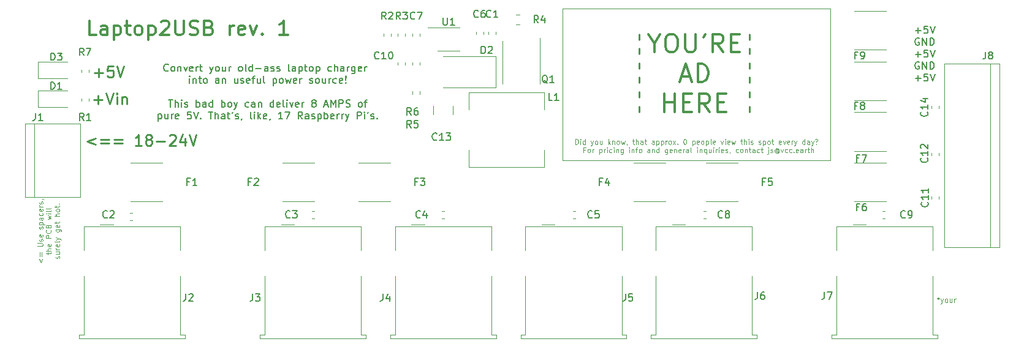
<source format=gbr>
%TF.GenerationSoftware,KiCad,Pcbnew,5.1.6*%
%TF.CreationDate,2020-06-19T21:58:21+02:00*%
%TF.ProjectId,laptop2usb,6c617074-6f70-4327-9573-622e6b696361,rev?*%
%TF.SameCoordinates,Original*%
%TF.FileFunction,Legend,Top*%
%TF.FilePolarity,Positive*%
%FSLAX46Y46*%
G04 Gerber Fmt 4.6, Leading zero omitted, Abs format (unit mm)*
G04 Created by KiCad (PCBNEW 5.1.6) date 2020-06-19 21:58:21*
%MOMM*%
%LPD*%
G01*
G04 APERTURE LIST*
%ADD10C,0.100000*%
%ADD11C,0.250000*%
%ADD12C,0.150000*%
%ADD13C,0.120000*%
%ADD14C,0.380000*%
%ADD15C,0.350000*%
G04 APERTURE END LIST*
D10*
X178883333Y-130916666D02*
X178883333Y-131083333D01*
X178716666Y-131016666D02*
X178883333Y-131083333D01*
X179050000Y-131016666D01*
X178783333Y-131216666D02*
X178883333Y-131083333D01*
X178983333Y-131216666D01*
X179250000Y-131150000D02*
X179416666Y-131616666D01*
X179583333Y-131150000D02*
X179416666Y-131616666D01*
X179350000Y-131783333D01*
X179316666Y-131816666D01*
X179250000Y-131850000D01*
X179950000Y-131616666D02*
X179883333Y-131583333D01*
X179850000Y-131550000D01*
X179816666Y-131483333D01*
X179816666Y-131283333D01*
X179850000Y-131216666D01*
X179883333Y-131183333D01*
X179950000Y-131150000D01*
X180050000Y-131150000D01*
X180116666Y-131183333D01*
X180150000Y-131216666D01*
X180183333Y-131283333D01*
X180183333Y-131483333D01*
X180150000Y-131550000D01*
X180116666Y-131583333D01*
X180050000Y-131616666D01*
X179950000Y-131616666D01*
X180783333Y-131150000D02*
X180783333Y-131616666D01*
X180483333Y-131150000D02*
X180483333Y-131516666D01*
X180516666Y-131583333D01*
X180583333Y-131616666D01*
X180683333Y-131616666D01*
X180750000Y-131583333D01*
X180783333Y-131550000D01*
X181116666Y-131616666D02*
X181116666Y-131150000D01*
X181116666Y-131283333D02*
X181150000Y-131216666D01*
X181183333Y-131183333D01*
X181250000Y-131150000D01*
X181316666Y-131150000D01*
D11*
X62321428Y-99857142D02*
X63464285Y-99857142D01*
X62892857Y-100428571D02*
X62892857Y-99285714D01*
X64892857Y-98928571D02*
X64178571Y-98928571D01*
X64107142Y-99642857D01*
X64178571Y-99571428D01*
X64321428Y-99500000D01*
X64678571Y-99500000D01*
X64821428Y-99571428D01*
X64892857Y-99642857D01*
X64964285Y-99785714D01*
X64964285Y-100142857D01*
X64892857Y-100285714D01*
X64821428Y-100357142D01*
X64678571Y-100428571D01*
X64321428Y-100428571D01*
X64178571Y-100357142D01*
X64107142Y-100285714D01*
X65392857Y-98928571D02*
X65892857Y-100428571D01*
X66392857Y-98928571D01*
X62250000Y-103607142D02*
X63392857Y-103607142D01*
X62821428Y-104178571D02*
X62821428Y-103035714D01*
X63892857Y-102678571D02*
X64392857Y-104178571D01*
X64892857Y-102678571D01*
X65392857Y-104178571D02*
X65392857Y-103178571D01*
X65392857Y-102678571D02*
X65321428Y-102750000D01*
X65392857Y-102821428D01*
X65464285Y-102750000D01*
X65392857Y-102678571D01*
X65392857Y-102821428D01*
X66107142Y-103178571D02*
X66107142Y-104178571D01*
X66107142Y-103321428D02*
X66178571Y-103250000D01*
X66321428Y-103178571D01*
X66535714Y-103178571D01*
X66678571Y-103250000D01*
X66750000Y-103392857D01*
X66750000Y-104178571D01*
D12*
X175714285Y-94021428D02*
X176476190Y-94021428D01*
X176095238Y-94402380D02*
X176095238Y-93640476D01*
X177428571Y-93402380D02*
X176952380Y-93402380D01*
X176904761Y-93878571D01*
X176952380Y-93830952D01*
X177047619Y-93783333D01*
X177285714Y-93783333D01*
X177380952Y-93830952D01*
X177428571Y-93878571D01*
X177476190Y-93973809D01*
X177476190Y-94211904D01*
X177428571Y-94307142D01*
X177380952Y-94354761D01*
X177285714Y-94402380D01*
X177047619Y-94402380D01*
X176952380Y-94354761D01*
X176904761Y-94307142D01*
X177761904Y-93402380D02*
X178095238Y-94402380D01*
X178428571Y-93402380D01*
X176238095Y-95100000D02*
X176142857Y-95052380D01*
X176000000Y-95052380D01*
X175857142Y-95100000D01*
X175761904Y-95195238D01*
X175714285Y-95290476D01*
X175666666Y-95480952D01*
X175666666Y-95623809D01*
X175714285Y-95814285D01*
X175761904Y-95909523D01*
X175857142Y-96004761D01*
X176000000Y-96052380D01*
X176095238Y-96052380D01*
X176238095Y-96004761D01*
X176285714Y-95957142D01*
X176285714Y-95623809D01*
X176095238Y-95623809D01*
X176714285Y-96052380D02*
X176714285Y-95052380D01*
X177285714Y-96052380D01*
X177285714Y-95052380D01*
X177761904Y-96052380D02*
X177761904Y-95052380D01*
X178000000Y-95052380D01*
X178142857Y-95100000D01*
X178238095Y-95195238D01*
X178285714Y-95290476D01*
X178333333Y-95480952D01*
X178333333Y-95623809D01*
X178285714Y-95814285D01*
X178238095Y-95909523D01*
X178142857Y-96004761D01*
X178000000Y-96052380D01*
X177761904Y-96052380D01*
X175714285Y-97321428D02*
X176476190Y-97321428D01*
X176095238Y-97702380D02*
X176095238Y-96940476D01*
X177428571Y-96702380D02*
X176952380Y-96702380D01*
X176904761Y-97178571D01*
X176952380Y-97130952D01*
X177047619Y-97083333D01*
X177285714Y-97083333D01*
X177380952Y-97130952D01*
X177428571Y-97178571D01*
X177476190Y-97273809D01*
X177476190Y-97511904D01*
X177428571Y-97607142D01*
X177380952Y-97654761D01*
X177285714Y-97702380D01*
X177047619Y-97702380D01*
X176952380Y-97654761D01*
X176904761Y-97607142D01*
X177761904Y-96702380D02*
X178095238Y-97702380D01*
X178428571Y-96702380D01*
X176238095Y-98400000D02*
X176142857Y-98352380D01*
X176000000Y-98352380D01*
X175857142Y-98400000D01*
X175761904Y-98495238D01*
X175714285Y-98590476D01*
X175666666Y-98780952D01*
X175666666Y-98923809D01*
X175714285Y-99114285D01*
X175761904Y-99209523D01*
X175857142Y-99304761D01*
X176000000Y-99352380D01*
X176095238Y-99352380D01*
X176238095Y-99304761D01*
X176285714Y-99257142D01*
X176285714Y-98923809D01*
X176095238Y-98923809D01*
X176714285Y-99352380D02*
X176714285Y-98352380D01*
X177285714Y-99352380D01*
X177285714Y-98352380D01*
X177761904Y-99352380D02*
X177761904Y-98352380D01*
X178000000Y-98352380D01*
X178142857Y-98400000D01*
X178238095Y-98495238D01*
X178285714Y-98590476D01*
X178333333Y-98780952D01*
X178333333Y-98923809D01*
X178285714Y-99114285D01*
X178238095Y-99209523D01*
X178142857Y-99304761D01*
X178000000Y-99352380D01*
X177761904Y-99352380D01*
X175714285Y-100621428D02*
X176476190Y-100621428D01*
X176095238Y-101002380D02*
X176095238Y-100240476D01*
X177428571Y-100002380D02*
X176952380Y-100002380D01*
X176904761Y-100478571D01*
X176952380Y-100430952D01*
X177047619Y-100383333D01*
X177285714Y-100383333D01*
X177380952Y-100430952D01*
X177428571Y-100478571D01*
X177476190Y-100573809D01*
X177476190Y-100811904D01*
X177428571Y-100907142D01*
X177380952Y-100954761D01*
X177285714Y-101002380D01*
X177047619Y-101002380D01*
X176952380Y-100954761D01*
X176904761Y-100907142D01*
X177761904Y-100002380D02*
X178095238Y-101002380D01*
X178428571Y-100002380D01*
D10*
X54700000Y-125583333D02*
X54900000Y-126116666D01*
X55100000Y-125583333D01*
X54800000Y-125250000D02*
X54800000Y-124716666D01*
X55000000Y-124716666D02*
X55000000Y-125250000D01*
X54466666Y-123850000D02*
X55033333Y-123850000D01*
X55100000Y-123816666D01*
X55133333Y-123783333D01*
X55166666Y-123716666D01*
X55166666Y-123583333D01*
X55133333Y-123516666D01*
X55100000Y-123483333D01*
X55033333Y-123450000D01*
X54466666Y-123450000D01*
X55133333Y-123150000D02*
X55166666Y-123083333D01*
X55166666Y-122950000D01*
X55133333Y-122883333D01*
X55066666Y-122850000D01*
X55033333Y-122850000D01*
X54966666Y-122883333D01*
X54933333Y-122950000D01*
X54933333Y-123050000D01*
X54900000Y-123116666D01*
X54833333Y-123150000D01*
X54800000Y-123150000D01*
X54733333Y-123116666D01*
X54700000Y-123050000D01*
X54700000Y-122950000D01*
X54733333Y-122883333D01*
X55133333Y-122283333D02*
X55166666Y-122350000D01*
X55166666Y-122483333D01*
X55133333Y-122550000D01*
X55066666Y-122583333D01*
X54800000Y-122583333D01*
X54733333Y-122550000D01*
X54700000Y-122483333D01*
X54700000Y-122350000D01*
X54733333Y-122283333D01*
X54800000Y-122250000D01*
X54866666Y-122250000D01*
X54933333Y-122583333D01*
X55133333Y-121450000D02*
X55166666Y-121383333D01*
X55166666Y-121250000D01*
X55133333Y-121183333D01*
X55066666Y-121150000D01*
X55033333Y-121150000D01*
X54966666Y-121183333D01*
X54933333Y-121250000D01*
X54933333Y-121350000D01*
X54900000Y-121416666D01*
X54833333Y-121450000D01*
X54800000Y-121450000D01*
X54733333Y-121416666D01*
X54700000Y-121350000D01*
X54700000Y-121250000D01*
X54733333Y-121183333D01*
X54700000Y-120850000D02*
X55400000Y-120850000D01*
X54733333Y-120850000D02*
X54700000Y-120783333D01*
X54700000Y-120650000D01*
X54733333Y-120583333D01*
X54766666Y-120550000D01*
X54833333Y-120516666D01*
X55033333Y-120516666D01*
X55100000Y-120550000D01*
X55133333Y-120583333D01*
X55166666Y-120650000D01*
X55166666Y-120783333D01*
X55133333Y-120850000D01*
X55166666Y-119916666D02*
X54800000Y-119916666D01*
X54733333Y-119950000D01*
X54700000Y-120016666D01*
X54700000Y-120150000D01*
X54733333Y-120216666D01*
X55133333Y-119916666D02*
X55166666Y-119983333D01*
X55166666Y-120150000D01*
X55133333Y-120216666D01*
X55066666Y-120250000D01*
X55000000Y-120250000D01*
X54933333Y-120216666D01*
X54900000Y-120150000D01*
X54900000Y-119983333D01*
X54866666Y-119916666D01*
X55133333Y-119283333D02*
X55166666Y-119350000D01*
X55166666Y-119483333D01*
X55133333Y-119550000D01*
X55100000Y-119583333D01*
X55033333Y-119616666D01*
X54833333Y-119616666D01*
X54766666Y-119583333D01*
X54733333Y-119550000D01*
X54700000Y-119483333D01*
X54700000Y-119350000D01*
X54733333Y-119283333D01*
X55133333Y-118716666D02*
X55166666Y-118783333D01*
X55166666Y-118916666D01*
X55133333Y-118983333D01*
X55066666Y-119016666D01*
X54800000Y-119016666D01*
X54733333Y-118983333D01*
X54700000Y-118916666D01*
X54700000Y-118783333D01*
X54733333Y-118716666D01*
X54800000Y-118683333D01*
X54866666Y-118683333D01*
X54933333Y-119016666D01*
X55166666Y-118383333D02*
X54700000Y-118383333D01*
X54833333Y-118383333D02*
X54766666Y-118350000D01*
X54733333Y-118316666D01*
X54700000Y-118250000D01*
X54700000Y-118183333D01*
X55133333Y-117983333D02*
X55166666Y-117916666D01*
X55166666Y-117783333D01*
X55133333Y-117716666D01*
X55066666Y-117683333D01*
X55033333Y-117683333D01*
X54966666Y-117716666D01*
X54933333Y-117783333D01*
X54933333Y-117883333D01*
X54900000Y-117950000D01*
X54833333Y-117983333D01*
X54800000Y-117983333D01*
X54733333Y-117950000D01*
X54700000Y-117883333D01*
X54700000Y-117783333D01*
X54733333Y-117716666D01*
X55133333Y-117350000D02*
X55166666Y-117350000D01*
X55233333Y-117383333D01*
X55266666Y-117416666D01*
X55850000Y-124983333D02*
X55850000Y-124716666D01*
X55616666Y-124883333D02*
X56216666Y-124883333D01*
X56283333Y-124850000D01*
X56316666Y-124783333D01*
X56316666Y-124716666D01*
X56316666Y-124483333D02*
X55616666Y-124483333D01*
X56316666Y-124183333D02*
X55950000Y-124183333D01*
X55883333Y-124216666D01*
X55850000Y-124283333D01*
X55850000Y-124383333D01*
X55883333Y-124450000D01*
X55916666Y-124483333D01*
X56283333Y-123583333D02*
X56316666Y-123650000D01*
X56316666Y-123783333D01*
X56283333Y-123850000D01*
X56216666Y-123883333D01*
X55950000Y-123883333D01*
X55883333Y-123850000D01*
X55850000Y-123783333D01*
X55850000Y-123650000D01*
X55883333Y-123583333D01*
X55950000Y-123550000D01*
X56016666Y-123550000D01*
X56083333Y-123883333D01*
X56316666Y-122716666D02*
X55616666Y-122716666D01*
X55616666Y-122450000D01*
X55650000Y-122383333D01*
X55683333Y-122350000D01*
X55750000Y-122316666D01*
X55850000Y-122316666D01*
X55916666Y-122350000D01*
X55950000Y-122383333D01*
X55983333Y-122450000D01*
X55983333Y-122716666D01*
X56250000Y-121616666D02*
X56283333Y-121650000D01*
X56316666Y-121750000D01*
X56316666Y-121816666D01*
X56283333Y-121916666D01*
X56216666Y-121983333D01*
X56150000Y-122016666D01*
X56016666Y-122050000D01*
X55916666Y-122050000D01*
X55783333Y-122016666D01*
X55716666Y-121983333D01*
X55650000Y-121916666D01*
X55616666Y-121816666D01*
X55616666Y-121750000D01*
X55650000Y-121650000D01*
X55683333Y-121616666D01*
X55950000Y-121083333D02*
X55983333Y-120983333D01*
X56016666Y-120950000D01*
X56083333Y-120916666D01*
X56183333Y-120916666D01*
X56250000Y-120950000D01*
X56283333Y-120983333D01*
X56316666Y-121050000D01*
X56316666Y-121316666D01*
X55616666Y-121316666D01*
X55616666Y-121083333D01*
X55650000Y-121016666D01*
X55683333Y-120983333D01*
X55750000Y-120950000D01*
X55816666Y-120950000D01*
X55883333Y-120983333D01*
X55916666Y-121016666D01*
X55950000Y-121083333D01*
X55950000Y-121316666D01*
X55850000Y-120150000D02*
X56316666Y-120016666D01*
X55983333Y-119883333D01*
X56316666Y-119750000D01*
X55850000Y-119616666D01*
X56316666Y-119350000D02*
X55850000Y-119350000D01*
X55616666Y-119350000D02*
X55650000Y-119383333D01*
X55683333Y-119350000D01*
X55650000Y-119316666D01*
X55616666Y-119350000D01*
X55683333Y-119350000D01*
X56316666Y-118916666D02*
X56283333Y-118983333D01*
X56216666Y-119016666D01*
X55616666Y-119016666D01*
X56316666Y-118550000D02*
X56283333Y-118616666D01*
X56216666Y-118650000D01*
X55616666Y-118650000D01*
X57433333Y-125533333D02*
X57466666Y-125466666D01*
X57466666Y-125333333D01*
X57433333Y-125266666D01*
X57366666Y-125233333D01*
X57333333Y-125233333D01*
X57266666Y-125266666D01*
X57233333Y-125333333D01*
X57233333Y-125433333D01*
X57200000Y-125500000D01*
X57133333Y-125533333D01*
X57100000Y-125533333D01*
X57033333Y-125500000D01*
X57000000Y-125433333D01*
X57000000Y-125333333D01*
X57033333Y-125266666D01*
X57000000Y-124633333D02*
X57466666Y-124633333D01*
X57000000Y-124933333D02*
X57366666Y-124933333D01*
X57433333Y-124900000D01*
X57466666Y-124833333D01*
X57466666Y-124733333D01*
X57433333Y-124666666D01*
X57400000Y-124633333D01*
X57466666Y-124300000D02*
X57000000Y-124300000D01*
X57133333Y-124300000D02*
X57066666Y-124266666D01*
X57033333Y-124233333D01*
X57000000Y-124166666D01*
X57000000Y-124100000D01*
X57433333Y-123600000D02*
X57466666Y-123666666D01*
X57466666Y-123800000D01*
X57433333Y-123866666D01*
X57366666Y-123900000D01*
X57100000Y-123900000D01*
X57033333Y-123866666D01*
X57000000Y-123800000D01*
X57000000Y-123666666D01*
X57033333Y-123600000D01*
X57100000Y-123566666D01*
X57166666Y-123566666D01*
X57233333Y-123900000D01*
X57466666Y-123166666D02*
X57433333Y-123233333D01*
X57366666Y-123266666D01*
X56766666Y-123266666D01*
X57000000Y-122966666D02*
X57466666Y-122800000D01*
X57000000Y-122633333D02*
X57466666Y-122800000D01*
X57633333Y-122866666D01*
X57666666Y-122900000D01*
X57700000Y-122966666D01*
X57000000Y-121533333D02*
X57566666Y-121533333D01*
X57633333Y-121566666D01*
X57666666Y-121600000D01*
X57700000Y-121666666D01*
X57700000Y-121766666D01*
X57666666Y-121833333D01*
X57433333Y-121533333D02*
X57466666Y-121600000D01*
X57466666Y-121733333D01*
X57433333Y-121800000D01*
X57400000Y-121833333D01*
X57333333Y-121866666D01*
X57133333Y-121866666D01*
X57066666Y-121833333D01*
X57033333Y-121800000D01*
X57000000Y-121733333D01*
X57000000Y-121600000D01*
X57033333Y-121533333D01*
X57433333Y-120933333D02*
X57466666Y-121000000D01*
X57466666Y-121133333D01*
X57433333Y-121200000D01*
X57366666Y-121233333D01*
X57100000Y-121233333D01*
X57033333Y-121200000D01*
X57000000Y-121133333D01*
X57000000Y-121000000D01*
X57033333Y-120933333D01*
X57100000Y-120900000D01*
X57166666Y-120900000D01*
X57233333Y-121233333D01*
X57000000Y-120700000D02*
X57000000Y-120433333D01*
X56766666Y-120600000D02*
X57366666Y-120600000D01*
X57433333Y-120566666D01*
X57466666Y-120500000D01*
X57466666Y-120433333D01*
X57466666Y-119666666D02*
X56766666Y-119666666D01*
X57466666Y-119366666D02*
X57100000Y-119366666D01*
X57033333Y-119400000D01*
X57000000Y-119466666D01*
X57000000Y-119566666D01*
X57033333Y-119633333D01*
X57066666Y-119666666D01*
X57466666Y-118933333D02*
X57433333Y-119000000D01*
X57400000Y-119033333D01*
X57333333Y-119066666D01*
X57133333Y-119066666D01*
X57066666Y-119033333D01*
X57033333Y-119000000D01*
X57000000Y-118933333D01*
X57000000Y-118833333D01*
X57033333Y-118766666D01*
X57066666Y-118733333D01*
X57133333Y-118700000D01*
X57333333Y-118700000D01*
X57400000Y-118733333D01*
X57433333Y-118766666D01*
X57466666Y-118833333D01*
X57466666Y-118933333D01*
X57000000Y-118500000D02*
X57000000Y-118233333D01*
X56766666Y-118400000D02*
X57366666Y-118400000D01*
X57433333Y-118366666D01*
X57466666Y-118300000D01*
X57466666Y-118233333D01*
X57400000Y-118000000D02*
X57433333Y-117966666D01*
X57466666Y-118000000D01*
X57433333Y-118033333D01*
X57400000Y-118000000D01*
X57466666Y-118000000D01*
X128766666Y-109741666D02*
X128766666Y-109041666D01*
X128933333Y-109041666D01*
X129033333Y-109075000D01*
X129100000Y-109141666D01*
X129133333Y-109208333D01*
X129166666Y-109341666D01*
X129166666Y-109441666D01*
X129133333Y-109575000D01*
X129100000Y-109641666D01*
X129033333Y-109708333D01*
X128933333Y-109741666D01*
X128766666Y-109741666D01*
X129466666Y-109741666D02*
X129466666Y-109275000D01*
X129466666Y-109041666D02*
X129433333Y-109075000D01*
X129466666Y-109108333D01*
X129500000Y-109075000D01*
X129466666Y-109041666D01*
X129466666Y-109108333D01*
X130100000Y-109741666D02*
X130100000Y-109041666D01*
X130100000Y-109708333D02*
X130033333Y-109741666D01*
X129900000Y-109741666D01*
X129833333Y-109708333D01*
X129800000Y-109675000D01*
X129766666Y-109608333D01*
X129766666Y-109408333D01*
X129800000Y-109341666D01*
X129833333Y-109308333D01*
X129900000Y-109275000D01*
X130033333Y-109275000D01*
X130100000Y-109308333D01*
X130900000Y-109275000D02*
X131066666Y-109741666D01*
X131233333Y-109275000D02*
X131066666Y-109741666D01*
X131000000Y-109908333D01*
X130966666Y-109941666D01*
X130900000Y-109975000D01*
X131600000Y-109741666D02*
X131533333Y-109708333D01*
X131500000Y-109675000D01*
X131466666Y-109608333D01*
X131466666Y-109408333D01*
X131500000Y-109341666D01*
X131533333Y-109308333D01*
X131600000Y-109275000D01*
X131700000Y-109275000D01*
X131766666Y-109308333D01*
X131800000Y-109341666D01*
X131833333Y-109408333D01*
X131833333Y-109608333D01*
X131800000Y-109675000D01*
X131766666Y-109708333D01*
X131700000Y-109741666D01*
X131600000Y-109741666D01*
X132433333Y-109275000D02*
X132433333Y-109741666D01*
X132133333Y-109275000D02*
X132133333Y-109641666D01*
X132166666Y-109708333D01*
X132233333Y-109741666D01*
X132333333Y-109741666D01*
X132400000Y-109708333D01*
X132433333Y-109675000D01*
X133300000Y-109741666D02*
X133300000Y-109041666D01*
X133366666Y-109475000D02*
X133566666Y-109741666D01*
X133566666Y-109275000D02*
X133300000Y-109541666D01*
X133866666Y-109275000D02*
X133866666Y-109741666D01*
X133866666Y-109341666D02*
X133900000Y-109308333D01*
X133966666Y-109275000D01*
X134066666Y-109275000D01*
X134133333Y-109308333D01*
X134166666Y-109375000D01*
X134166666Y-109741666D01*
X134600000Y-109741666D02*
X134533333Y-109708333D01*
X134500000Y-109675000D01*
X134466666Y-109608333D01*
X134466666Y-109408333D01*
X134500000Y-109341666D01*
X134533333Y-109308333D01*
X134600000Y-109275000D01*
X134700000Y-109275000D01*
X134766666Y-109308333D01*
X134800000Y-109341666D01*
X134833333Y-109408333D01*
X134833333Y-109608333D01*
X134800000Y-109675000D01*
X134766666Y-109708333D01*
X134700000Y-109741666D01*
X134600000Y-109741666D01*
X135066666Y-109275000D02*
X135200000Y-109741666D01*
X135333333Y-109408333D01*
X135466666Y-109741666D01*
X135600000Y-109275000D01*
X135900000Y-109708333D02*
X135900000Y-109741666D01*
X135866666Y-109808333D01*
X135833333Y-109841666D01*
X136633333Y-109275000D02*
X136900000Y-109275000D01*
X136733333Y-109041666D02*
X136733333Y-109641666D01*
X136766666Y-109708333D01*
X136833333Y-109741666D01*
X136900000Y-109741666D01*
X137133333Y-109741666D02*
X137133333Y-109041666D01*
X137433333Y-109741666D02*
X137433333Y-109375000D01*
X137400000Y-109308333D01*
X137333333Y-109275000D01*
X137233333Y-109275000D01*
X137166666Y-109308333D01*
X137133333Y-109341666D01*
X138066666Y-109741666D02*
X138066666Y-109375000D01*
X138033333Y-109308333D01*
X137966666Y-109275000D01*
X137833333Y-109275000D01*
X137766666Y-109308333D01*
X138066666Y-109708333D02*
X138000000Y-109741666D01*
X137833333Y-109741666D01*
X137766666Y-109708333D01*
X137733333Y-109641666D01*
X137733333Y-109575000D01*
X137766666Y-109508333D01*
X137833333Y-109475000D01*
X138000000Y-109475000D01*
X138066666Y-109441666D01*
X138300000Y-109275000D02*
X138566666Y-109275000D01*
X138400000Y-109041666D02*
X138400000Y-109641666D01*
X138433333Y-109708333D01*
X138500000Y-109741666D01*
X138566666Y-109741666D01*
X139633333Y-109741666D02*
X139633333Y-109375000D01*
X139600000Y-109308333D01*
X139533333Y-109275000D01*
X139400000Y-109275000D01*
X139333333Y-109308333D01*
X139633333Y-109708333D02*
X139566666Y-109741666D01*
X139400000Y-109741666D01*
X139333333Y-109708333D01*
X139300000Y-109641666D01*
X139300000Y-109575000D01*
X139333333Y-109508333D01*
X139400000Y-109475000D01*
X139566666Y-109475000D01*
X139633333Y-109441666D01*
X139966666Y-109275000D02*
X139966666Y-109975000D01*
X139966666Y-109308333D02*
X140033333Y-109275000D01*
X140166666Y-109275000D01*
X140233333Y-109308333D01*
X140266666Y-109341666D01*
X140300000Y-109408333D01*
X140300000Y-109608333D01*
X140266666Y-109675000D01*
X140233333Y-109708333D01*
X140166666Y-109741666D01*
X140033333Y-109741666D01*
X139966666Y-109708333D01*
X140600000Y-109275000D02*
X140600000Y-109975000D01*
X140600000Y-109308333D02*
X140666666Y-109275000D01*
X140800000Y-109275000D01*
X140866666Y-109308333D01*
X140900000Y-109341666D01*
X140933333Y-109408333D01*
X140933333Y-109608333D01*
X140900000Y-109675000D01*
X140866666Y-109708333D01*
X140800000Y-109741666D01*
X140666666Y-109741666D01*
X140600000Y-109708333D01*
X141233333Y-109741666D02*
X141233333Y-109275000D01*
X141233333Y-109408333D02*
X141266666Y-109341666D01*
X141300000Y-109308333D01*
X141366666Y-109275000D01*
X141433333Y-109275000D01*
X141766666Y-109741666D02*
X141700000Y-109708333D01*
X141666666Y-109675000D01*
X141633333Y-109608333D01*
X141633333Y-109408333D01*
X141666666Y-109341666D01*
X141700000Y-109308333D01*
X141766666Y-109275000D01*
X141866666Y-109275000D01*
X141933333Y-109308333D01*
X141966666Y-109341666D01*
X142000000Y-109408333D01*
X142000000Y-109608333D01*
X141966666Y-109675000D01*
X141933333Y-109708333D01*
X141866666Y-109741666D01*
X141766666Y-109741666D01*
X142233333Y-109741666D02*
X142600000Y-109275000D01*
X142233333Y-109275000D02*
X142600000Y-109741666D01*
X142866666Y-109675000D02*
X142900000Y-109708333D01*
X142866666Y-109741666D01*
X142833333Y-109708333D01*
X142866666Y-109675000D01*
X142866666Y-109741666D01*
X143866666Y-109041666D02*
X143933333Y-109041666D01*
X144000000Y-109075000D01*
X144033333Y-109108333D01*
X144066666Y-109175000D01*
X144100000Y-109308333D01*
X144100000Y-109475000D01*
X144066666Y-109608333D01*
X144033333Y-109675000D01*
X144000000Y-109708333D01*
X143933333Y-109741666D01*
X143866666Y-109741666D01*
X143800000Y-109708333D01*
X143766666Y-109675000D01*
X143733333Y-109608333D01*
X143700000Y-109475000D01*
X143700000Y-109308333D01*
X143733333Y-109175000D01*
X143766666Y-109108333D01*
X143800000Y-109075000D01*
X143866666Y-109041666D01*
X144933333Y-109275000D02*
X144933333Y-109975000D01*
X144933333Y-109308333D02*
X145000000Y-109275000D01*
X145133333Y-109275000D01*
X145200000Y-109308333D01*
X145233333Y-109341666D01*
X145266666Y-109408333D01*
X145266666Y-109608333D01*
X145233333Y-109675000D01*
X145200000Y-109708333D01*
X145133333Y-109741666D01*
X145000000Y-109741666D01*
X144933333Y-109708333D01*
X145833333Y-109708333D02*
X145766666Y-109741666D01*
X145633333Y-109741666D01*
X145566666Y-109708333D01*
X145533333Y-109641666D01*
X145533333Y-109375000D01*
X145566666Y-109308333D01*
X145633333Y-109275000D01*
X145766666Y-109275000D01*
X145833333Y-109308333D01*
X145866666Y-109375000D01*
X145866666Y-109441666D01*
X145533333Y-109508333D01*
X146266666Y-109741666D02*
X146200000Y-109708333D01*
X146166666Y-109675000D01*
X146133333Y-109608333D01*
X146133333Y-109408333D01*
X146166666Y-109341666D01*
X146200000Y-109308333D01*
X146266666Y-109275000D01*
X146366666Y-109275000D01*
X146433333Y-109308333D01*
X146466666Y-109341666D01*
X146500000Y-109408333D01*
X146500000Y-109608333D01*
X146466666Y-109675000D01*
X146433333Y-109708333D01*
X146366666Y-109741666D01*
X146266666Y-109741666D01*
X146800000Y-109275000D02*
X146800000Y-109975000D01*
X146800000Y-109308333D02*
X146866666Y-109275000D01*
X147000000Y-109275000D01*
X147066666Y-109308333D01*
X147100000Y-109341666D01*
X147133333Y-109408333D01*
X147133333Y-109608333D01*
X147100000Y-109675000D01*
X147066666Y-109708333D01*
X147000000Y-109741666D01*
X146866666Y-109741666D01*
X146800000Y-109708333D01*
X147533333Y-109741666D02*
X147466666Y-109708333D01*
X147433333Y-109641666D01*
X147433333Y-109041666D01*
X148066666Y-109708333D02*
X148000000Y-109741666D01*
X147866666Y-109741666D01*
X147800000Y-109708333D01*
X147766666Y-109641666D01*
X147766666Y-109375000D01*
X147800000Y-109308333D01*
X147866666Y-109275000D01*
X148000000Y-109275000D01*
X148066666Y-109308333D01*
X148100000Y-109375000D01*
X148100000Y-109441666D01*
X147766666Y-109508333D01*
X148866666Y-109275000D02*
X149033333Y-109741666D01*
X149200000Y-109275000D01*
X149466666Y-109741666D02*
X149466666Y-109275000D01*
X149466666Y-109041666D02*
X149433333Y-109075000D01*
X149466666Y-109108333D01*
X149500000Y-109075000D01*
X149466666Y-109041666D01*
X149466666Y-109108333D01*
X150066666Y-109708333D02*
X150000000Y-109741666D01*
X149866666Y-109741666D01*
X149800000Y-109708333D01*
X149766666Y-109641666D01*
X149766666Y-109375000D01*
X149800000Y-109308333D01*
X149866666Y-109275000D01*
X150000000Y-109275000D01*
X150066666Y-109308333D01*
X150100000Y-109375000D01*
X150100000Y-109441666D01*
X149766666Y-109508333D01*
X150333333Y-109275000D02*
X150466666Y-109741666D01*
X150600000Y-109408333D01*
X150733333Y-109741666D01*
X150866666Y-109275000D01*
X151566666Y-109275000D02*
X151833333Y-109275000D01*
X151666666Y-109041666D02*
X151666666Y-109641666D01*
X151700000Y-109708333D01*
X151766666Y-109741666D01*
X151833333Y-109741666D01*
X152066666Y-109741666D02*
X152066666Y-109041666D01*
X152366666Y-109741666D02*
X152366666Y-109375000D01*
X152333333Y-109308333D01*
X152266666Y-109275000D01*
X152166666Y-109275000D01*
X152100000Y-109308333D01*
X152066666Y-109341666D01*
X152700000Y-109741666D02*
X152700000Y-109275000D01*
X152700000Y-109041666D02*
X152666666Y-109075000D01*
X152700000Y-109108333D01*
X152733333Y-109075000D01*
X152700000Y-109041666D01*
X152700000Y-109108333D01*
X153000000Y-109708333D02*
X153066666Y-109741666D01*
X153200000Y-109741666D01*
X153266666Y-109708333D01*
X153300000Y-109641666D01*
X153300000Y-109608333D01*
X153266666Y-109541666D01*
X153200000Y-109508333D01*
X153100000Y-109508333D01*
X153033333Y-109475000D01*
X153000000Y-109408333D01*
X153000000Y-109375000D01*
X153033333Y-109308333D01*
X153100000Y-109275000D01*
X153200000Y-109275000D01*
X153266666Y-109308333D01*
X154100000Y-109708333D02*
X154166666Y-109741666D01*
X154300000Y-109741666D01*
X154366666Y-109708333D01*
X154400000Y-109641666D01*
X154400000Y-109608333D01*
X154366666Y-109541666D01*
X154300000Y-109508333D01*
X154200000Y-109508333D01*
X154133333Y-109475000D01*
X154100000Y-109408333D01*
X154100000Y-109375000D01*
X154133333Y-109308333D01*
X154200000Y-109275000D01*
X154300000Y-109275000D01*
X154366666Y-109308333D01*
X154700000Y-109275000D02*
X154700000Y-109975000D01*
X154700000Y-109308333D02*
X154766666Y-109275000D01*
X154900000Y-109275000D01*
X154966666Y-109308333D01*
X155000000Y-109341666D01*
X155033333Y-109408333D01*
X155033333Y-109608333D01*
X155000000Y-109675000D01*
X154966666Y-109708333D01*
X154900000Y-109741666D01*
X154766666Y-109741666D01*
X154700000Y-109708333D01*
X155433333Y-109741666D02*
X155366666Y-109708333D01*
X155333333Y-109675000D01*
X155300000Y-109608333D01*
X155300000Y-109408333D01*
X155333333Y-109341666D01*
X155366666Y-109308333D01*
X155433333Y-109275000D01*
X155533333Y-109275000D01*
X155600000Y-109308333D01*
X155633333Y-109341666D01*
X155666666Y-109408333D01*
X155666666Y-109608333D01*
X155633333Y-109675000D01*
X155600000Y-109708333D01*
X155533333Y-109741666D01*
X155433333Y-109741666D01*
X155866666Y-109275000D02*
X156133333Y-109275000D01*
X155966666Y-109041666D02*
X155966666Y-109641666D01*
X156000000Y-109708333D01*
X156066666Y-109741666D01*
X156133333Y-109741666D01*
X157166666Y-109708333D02*
X157100000Y-109741666D01*
X156966666Y-109741666D01*
X156900000Y-109708333D01*
X156866666Y-109641666D01*
X156866666Y-109375000D01*
X156900000Y-109308333D01*
X156966666Y-109275000D01*
X157100000Y-109275000D01*
X157166666Y-109308333D01*
X157200000Y-109375000D01*
X157200000Y-109441666D01*
X156866666Y-109508333D01*
X157433333Y-109275000D02*
X157600000Y-109741666D01*
X157766666Y-109275000D01*
X158300000Y-109708333D02*
X158233333Y-109741666D01*
X158100000Y-109741666D01*
X158033333Y-109708333D01*
X158000000Y-109641666D01*
X158000000Y-109375000D01*
X158033333Y-109308333D01*
X158100000Y-109275000D01*
X158233333Y-109275000D01*
X158300000Y-109308333D01*
X158333333Y-109375000D01*
X158333333Y-109441666D01*
X158000000Y-109508333D01*
X158633333Y-109741666D02*
X158633333Y-109275000D01*
X158633333Y-109408333D02*
X158666666Y-109341666D01*
X158700000Y-109308333D01*
X158766666Y-109275000D01*
X158833333Y-109275000D01*
X159000000Y-109275000D02*
X159166666Y-109741666D01*
X159333333Y-109275000D02*
X159166666Y-109741666D01*
X159100000Y-109908333D01*
X159066666Y-109941666D01*
X159000000Y-109975000D01*
X160433333Y-109741666D02*
X160433333Y-109041666D01*
X160433333Y-109708333D02*
X160366666Y-109741666D01*
X160233333Y-109741666D01*
X160166666Y-109708333D01*
X160133333Y-109675000D01*
X160100000Y-109608333D01*
X160100000Y-109408333D01*
X160133333Y-109341666D01*
X160166666Y-109308333D01*
X160233333Y-109275000D01*
X160366666Y-109275000D01*
X160433333Y-109308333D01*
X161066666Y-109741666D02*
X161066666Y-109375000D01*
X161033333Y-109308333D01*
X160966666Y-109275000D01*
X160833333Y-109275000D01*
X160766666Y-109308333D01*
X161066666Y-109708333D02*
X161000000Y-109741666D01*
X160833333Y-109741666D01*
X160766666Y-109708333D01*
X160733333Y-109641666D01*
X160733333Y-109575000D01*
X160766666Y-109508333D01*
X160833333Y-109475000D01*
X161000000Y-109475000D01*
X161066666Y-109441666D01*
X161333333Y-109275000D02*
X161500000Y-109741666D01*
X161666666Y-109275000D02*
X161500000Y-109741666D01*
X161433333Y-109908333D01*
X161400000Y-109941666D01*
X161333333Y-109975000D01*
X162033333Y-109675000D02*
X162066666Y-109708333D01*
X162033333Y-109741666D01*
X161999999Y-109708333D01*
X162033333Y-109675000D01*
X162033333Y-109741666D01*
X161899999Y-109075000D02*
X161966666Y-109041666D01*
X162133333Y-109041666D01*
X162200000Y-109075000D01*
X162233333Y-109141666D01*
X162233333Y-109208333D01*
X162200000Y-109275000D01*
X162166666Y-109308333D01*
X162099999Y-109341666D01*
X162066666Y-109375000D01*
X162033333Y-109441666D01*
X162033333Y-109475000D01*
X130100000Y-110525000D02*
X129866666Y-110525000D01*
X129866666Y-110891666D02*
X129866666Y-110191666D01*
X130200000Y-110191666D01*
X130566666Y-110891666D02*
X130500000Y-110858333D01*
X130466666Y-110825000D01*
X130433333Y-110758333D01*
X130433333Y-110558333D01*
X130466666Y-110491666D01*
X130500000Y-110458333D01*
X130566666Y-110425000D01*
X130666666Y-110425000D01*
X130733333Y-110458333D01*
X130766666Y-110491666D01*
X130800000Y-110558333D01*
X130800000Y-110758333D01*
X130766666Y-110825000D01*
X130733333Y-110858333D01*
X130666666Y-110891666D01*
X130566666Y-110891666D01*
X131100000Y-110891666D02*
X131100000Y-110425000D01*
X131100000Y-110558333D02*
X131133333Y-110491666D01*
X131166666Y-110458333D01*
X131233333Y-110425000D01*
X131300000Y-110425000D01*
X132066666Y-110425000D02*
X132066666Y-111125000D01*
X132066666Y-110458333D02*
X132133333Y-110425000D01*
X132266666Y-110425000D01*
X132333333Y-110458333D01*
X132366666Y-110491666D01*
X132400000Y-110558333D01*
X132400000Y-110758333D01*
X132366666Y-110825000D01*
X132333333Y-110858333D01*
X132266666Y-110891666D01*
X132133333Y-110891666D01*
X132066666Y-110858333D01*
X132700000Y-110891666D02*
X132700000Y-110425000D01*
X132700000Y-110558333D02*
X132733333Y-110491666D01*
X132766666Y-110458333D01*
X132833333Y-110425000D01*
X132900000Y-110425000D01*
X133133333Y-110891666D02*
X133133333Y-110425000D01*
X133133333Y-110191666D02*
X133100000Y-110225000D01*
X133133333Y-110258333D01*
X133166666Y-110225000D01*
X133133333Y-110191666D01*
X133133333Y-110258333D01*
X133766666Y-110858333D02*
X133700000Y-110891666D01*
X133566666Y-110891666D01*
X133500000Y-110858333D01*
X133466666Y-110825000D01*
X133433333Y-110758333D01*
X133433333Y-110558333D01*
X133466666Y-110491666D01*
X133500000Y-110458333D01*
X133566666Y-110425000D01*
X133700000Y-110425000D01*
X133766666Y-110458333D01*
X134066666Y-110891666D02*
X134066666Y-110425000D01*
X134066666Y-110191666D02*
X134033333Y-110225000D01*
X134066666Y-110258333D01*
X134100000Y-110225000D01*
X134066666Y-110191666D01*
X134066666Y-110258333D01*
X134400000Y-110425000D02*
X134400000Y-110891666D01*
X134400000Y-110491666D02*
X134433333Y-110458333D01*
X134500000Y-110425000D01*
X134600000Y-110425000D01*
X134666666Y-110458333D01*
X134700000Y-110525000D01*
X134700000Y-110891666D01*
X135333333Y-110425000D02*
X135333333Y-110991666D01*
X135300000Y-111058333D01*
X135266666Y-111091666D01*
X135200000Y-111125000D01*
X135100000Y-111125000D01*
X135033333Y-111091666D01*
X135333333Y-110858333D02*
X135266666Y-110891666D01*
X135133333Y-110891666D01*
X135066666Y-110858333D01*
X135033333Y-110825000D01*
X135000000Y-110758333D01*
X135000000Y-110558333D01*
X135033333Y-110491666D01*
X135066666Y-110458333D01*
X135133333Y-110425000D01*
X135266666Y-110425000D01*
X135333333Y-110458333D01*
X136200000Y-110891666D02*
X136200000Y-110425000D01*
X136200000Y-110191666D02*
X136166666Y-110225000D01*
X136200000Y-110258333D01*
X136233333Y-110225000D01*
X136200000Y-110191666D01*
X136200000Y-110258333D01*
X136533333Y-110425000D02*
X136533333Y-110891666D01*
X136533333Y-110491666D02*
X136566666Y-110458333D01*
X136633333Y-110425000D01*
X136733333Y-110425000D01*
X136800000Y-110458333D01*
X136833333Y-110525000D01*
X136833333Y-110891666D01*
X137066666Y-110425000D02*
X137333333Y-110425000D01*
X137166666Y-110891666D02*
X137166666Y-110291666D01*
X137200000Y-110225000D01*
X137266666Y-110191666D01*
X137333333Y-110191666D01*
X137666666Y-110891666D02*
X137600000Y-110858333D01*
X137566666Y-110825000D01*
X137533333Y-110758333D01*
X137533333Y-110558333D01*
X137566666Y-110491666D01*
X137600000Y-110458333D01*
X137666666Y-110425000D01*
X137766666Y-110425000D01*
X137833333Y-110458333D01*
X137866666Y-110491666D01*
X137900000Y-110558333D01*
X137900000Y-110758333D01*
X137866666Y-110825000D01*
X137833333Y-110858333D01*
X137766666Y-110891666D01*
X137666666Y-110891666D01*
X139033333Y-110891666D02*
X139033333Y-110525000D01*
X139000000Y-110458333D01*
X138933333Y-110425000D01*
X138800000Y-110425000D01*
X138733333Y-110458333D01*
X139033333Y-110858333D02*
X138966666Y-110891666D01*
X138800000Y-110891666D01*
X138733333Y-110858333D01*
X138700000Y-110791666D01*
X138700000Y-110725000D01*
X138733333Y-110658333D01*
X138800000Y-110625000D01*
X138966666Y-110625000D01*
X139033333Y-110591666D01*
X139366666Y-110425000D02*
X139366666Y-110891666D01*
X139366666Y-110491666D02*
X139400000Y-110458333D01*
X139466666Y-110425000D01*
X139566666Y-110425000D01*
X139633333Y-110458333D01*
X139666666Y-110525000D01*
X139666666Y-110891666D01*
X140300000Y-110891666D02*
X140300000Y-110191666D01*
X140300000Y-110858333D02*
X140233333Y-110891666D01*
X140100000Y-110891666D01*
X140033333Y-110858333D01*
X140000000Y-110825000D01*
X139966666Y-110758333D01*
X139966666Y-110558333D01*
X140000000Y-110491666D01*
X140033333Y-110458333D01*
X140100000Y-110425000D01*
X140233333Y-110425000D01*
X140300000Y-110458333D01*
X141466666Y-110425000D02*
X141466666Y-110991666D01*
X141433333Y-111058333D01*
X141400000Y-111091666D01*
X141333333Y-111125000D01*
X141233333Y-111125000D01*
X141166666Y-111091666D01*
X141466666Y-110858333D02*
X141400000Y-110891666D01*
X141266666Y-110891666D01*
X141200000Y-110858333D01*
X141166666Y-110825000D01*
X141133333Y-110758333D01*
X141133333Y-110558333D01*
X141166666Y-110491666D01*
X141200000Y-110458333D01*
X141266666Y-110425000D01*
X141400000Y-110425000D01*
X141466666Y-110458333D01*
X142066666Y-110858333D02*
X142000000Y-110891666D01*
X141866666Y-110891666D01*
X141800000Y-110858333D01*
X141766666Y-110791666D01*
X141766666Y-110525000D01*
X141800000Y-110458333D01*
X141866666Y-110425000D01*
X142000000Y-110425000D01*
X142066666Y-110458333D01*
X142100000Y-110525000D01*
X142100000Y-110591666D01*
X141766666Y-110658333D01*
X142400000Y-110425000D02*
X142400000Y-110891666D01*
X142400000Y-110491666D02*
X142433333Y-110458333D01*
X142500000Y-110425000D01*
X142600000Y-110425000D01*
X142666666Y-110458333D01*
X142700000Y-110525000D01*
X142700000Y-110891666D01*
X143300000Y-110858333D02*
X143233333Y-110891666D01*
X143100000Y-110891666D01*
X143033333Y-110858333D01*
X143000000Y-110791666D01*
X143000000Y-110525000D01*
X143033333Y-110458333D01*
X143100000Y-110425000D01*
X143233333Y-110425000D01*
X143300000Y-110458333D01*
X143333333Y-110525000D01*
X143333333Y-110591666D01*
X143000000Y-110658333D01*
X143633333Y-110891666D02*
X143633333Y-110425000D01*
X143633333Y-110558333D02*
X143666666Y-110491666D01*
X143700000Y-110458333D01*
X143766666Y-110425000D01*
X143833333Y-110425000D01*
X144366666Y-110891666D02*
X144366666Y-110525000D01*
X144333333Y-110458333D01*
X144266666Y-110425000D01*
X144133333Y-110425000D01*
X144066666Y-110458333D01*
X144366666Y-110858333D02*
X144300000Y-110891666D01*
X144133333Y-110891666D01*
X144066666Y-110858333D01*
X144033333Y-110791666D01*
X144033333Y-110725000D01*
X144066666Y-110658333D01*
X144133333Y-110625000D01*
X144300000Y-110625000D01*
X144366666Y-110591666D01*
X144800000Y-110891666D02*
X144733333Y-110858333D01*
X144700000Y-110791666D01*
X144700000Y-110191666D01*
X145600000Y-110891666D02*
X145600000Y-110425000D01*
X145600000Y-110191666D02*
X145566666Y-110225000D01*
X145600000Y-110258333D01*
X145633333Y-110225000D01*
X145600000Y-110191666D01*
X145600000Y-110258333D01*
X145933333Y-110425000D02*
X145933333Y-110891666D01*
X145933333Y-110491666D02*
X145966666Y-110458333D01*
X146033333Y-110425000D01*
X146133333Y-110425000D01*
X146200000Y-110458333D01*
X146233333Y-110525000D01*
X146233333Y-110891666D01*
X146866666Y-110425000D02*
X146866666Y-111125000D01*
X146866666Y-110858333D02*
X146800000Y-110891666D01*
X146666666Y-110891666D01*
X146600000Y-110858333D01*
X146566666Y-110825000D01*
X146533333Y-110758333D01*
X146533333Y-110558333D01*
X146566666Y-110491666D01*
X146600000Y-110458333D01*
X146666666Y-110425000D01*
X146800000Y-110425000D01*
X146866666Y-110458333D01*
X147500000Y-110425000D02*
X147500000Y-110891666D01*
X147200000Y-110425000D02*
X147200000Y-110791666D01*
X147233333Y-110858333D01*
X147300000Y-110891666D01*
X147400000Y-110891666D01*
X147466666Y-110858333D01*
X147500000Y-110825000D01*
X147833333Y-110891666D02*
X147833333Y-110425000D01*
X147833333Y-110191666D02*
X147800000Y-110225000D01*
X147833333Y-110258333D01*
X147866666Y-110225000D01*
X147833333Y-110191666D01*
X147833333Y-110258333D01*
X148166666Y-110891666D02*
X148166666Y-110425000D01*
X148166666Y-110558333D02*
X148200000Y-110491666D01*
X148233333Y-110458333D01*
X148300000Y-110425000D01*
X148366666Y-110425000D01*
X148600000Y-110891666D02*
X148600000Y-110425000D01*
X148600000Y-110191666D02*
X148566666Y-110225000D01*
X148600000Y-110258333D01*
X148633333Y-110225000D01*
X148600000Y-110191666D01*
X148600000Y-110258333D01*
X149200000Y-110858333D02*
X149133333Y-110891666D01*
X149000000Y-110891666D01*
X148933333Y-110858333D01*
X148900000Y-110791666D01*
X148900000Y-110525000D01*
X148933333Y-110458333D01*
X149000000Y-110425000D01*
X149133333Y-110425000D01*
X149200000Y-110458333D01*
X149233333Y-110525000D01*
X149233333Y-110591666D01*
X148900000Y-110658333D01*
X149500000Y-110858333D02*
X149566666Y-110891666D01*
X149700000Y-110891666D01*
X149766666Y-110858333D01*
X149800000Y-110791666D01*
X149800000Y-110758333D01*
X149766666Y-110691666D01*
X149700000Y-110658333D01*
X149600000Y-110658333D01*
X149533333Y-110625000D01*
X149500000Y-110558333D01*
X149500000Y-110525000D01*
X149533333Y-110458333D01*
X149600000Y-110425000D01*
X149700000Y-110425000D01*
X149766666Y-110458333D01*
X150133333Y-110858333D02*
X150133333Y-110891666D01*
X150100000Y-110958333D01*
X150066666Y-110991666D01*
X151266666Y-110858333D02*
X151200000Y-110891666D01*
X151066666Y-110891666D01*
X151000000Y-110858333D01*
X150966666Y-110825000D01*
X150933333Y-110758333D01*
X150933333Y-110558333D01*
X150966666Y-110491666D01*
X151000000Y-110458333D01*
X151066666Y-110425000D01*
X151200000Y-110425000D01*
X151266666Y-110458333D01*
X151666666Y-110891666D02*
X151600000Y-110858333D01*
X151566666Y-110825000D01*
X151533333Y-110758333D01*
X151533333Y-110558333D01*
X151566666Y-110491666D01*
X151600000Y-110458333D01*
X151666666Y-110425000D01*
X151766666Y-110425000D01*
X151833333Y-110458333D01*
X151866666Y-110491666D01*
X151900000Y-110558333D01*
X151900000Y-110758333D01*
X151866666Y-110825000D01*
X151833333Y-110858333D01*
X151766666Y-110891666D01*
X151666666Y-110891666D01*
X152200000Y-110425000D02*
X152200000Y-110891666D01*
X152200000Y-110491666D02*
X152233333Y-110458333D01*
X152300000Y-110425000D01*
X152400000Y-110425000D01*
X152466666Y-110458333D01*
X152500000Y-110525000D01*
X152500000Y-110891666D01*
X152733333Y-110425000D02*
X153000000Y-110425000D01*
X152833333Y-110191666D02*
X152833333Y-110791666D01*
X152866666Y-110858333D01*
X152933333Y-110891666D01*
X153000000Y-110891666D01*
X153533333Y-110891666D02*
X153533333Y-110525000D01*
X153500000Y-110458333D01*
X153433333Y-110425000D01*
X153300000Y-110425000D01*
X153233333Y-110458333D01*
X153533333Y-110858333D02*
X153466666Y-110891666D01*
X153300000Y-110891666D01*
X153233333Y-110858333D01*
X153200000Y-110791666D01*
X153200000Y-110725000D01*
X153233333Y-110658333D01*
X153300000Y-110625000D01*
X153466666Y-110625000D01*
X153533333Y-110591666D01*
X154166666Y-110858333D02*
X154100000Y-110891666D01*
X153966666Y-110891666D01*
X153900000Y-110858333D01*
X153866666Y-110825000D01*
X153833333Y-110758333D01*
X153833333Y-110558333D01*
X153866666Y-110491666D01*
X153900000Y-110458333D01*
X153966666Y-110425000D01*
X154100000Y-110425000D01*
X154166666Y-110458333D01*
X154366666Y-110425000D02*
X154633333Y-110425000D01*
X154466666Y-110191666D02*
X154466666Y-110791666D01*
X154500000Y-110858333D01*
X154566666Y-110891666D01*
X154633333Y-110891666D01*
X155400000Y-110425000D02*
X155400000Y-111025000D01*
X155366666Y-111091666D01*
X155300000Y-111125000D01*
X155266666Y-111125000D01*
X155400000Y-110191666D02*
X155366666Y-110225000D01*
X155400000Y-110258333D01*
X155433333Y-110225000D01*
X155400000Y-110191666D01*
X155400000Y-110258333D01*
X155700000Y-110858333D02*
X155766666Y-110891666D01*
X155900000Y-110891666D01*
X155966666Y-110858333D01*
X156000000Y-110791666D01*
X156000000Y-110758333D01*
X155966666Y-110691666D01*
X155900000Y-110658333D01*
X155800000Y-110658333D01*
X155733333Y-110625000D01*
X155700000Y-110558333D01*
X155700000Y-110525000D01*
X155733333Y-110458333D01*
X155800000Y-110425000D01*
X155900000Y-110425000D01*
X155966666Y-110458333D01*
X156733333Y-110558333D02*
X156700000Y-110525000D01*
X156633333Y-110491666D01*
X156566666Y-110491666D01*
X156500000Y-110525000D01*
X156466666Y-110558333D01*
X156433333Y-110625000D01*
X156433333Y-110691666D01*
X156466666Y-110758333D01*
X156500000Y-110791666D01*
X156566666Y-110825000D01*
X156633333Y-110825000D01*
X156700000Y-110791666D01*
X156733333Y-110758333D01*
X156733333Y-110491666D02*
X156733333Y-110758333D01*
X156766666Y-110791666D01*
X156800000Y-110791666D01*
X156866666Y-110758333D01*
X156900000Y-110691666D01*
X156900000Y-110525000D01*
X156833333Y-110425000D01*
X156733333Y-110358333D01*
X156600000Y-110325000D01*
X156466666Y-110358333D01*
X156366666Y-110425000D01*
X156300000Y-110525000D01*
X156266666Y-110658333D01*
X156300000Y-110791666D01*
X156366666Y-110891666D01*
X156466666Y-110958333D01*
X156600000Y-110991666D01*
X156733333Y-110958333D01*
X156833333Y-110891666D01*
X157133333Y-110425000D02*
X157300000Y-110891666D01*
X157466666Y-110425000D01*
X158033333Y-110858333D02*
X157966666Y-110891666D01*
X157833333Y-110891666D01*
X157766666Y-110858333D01*
X157733333Y-110825000D01*
X157700000Y-110758333D01*
X157700000Y-110558333D01*
X157733333Y-110491666D01*
X157766666Y-110458333D01*
X157833333Y-110425000D01*
X157966666Y-110425000D01*
X158033333Y-110458333D01*
X158633333Y-110858333D02*
X158566666Y-110891666D01*
X158433333Y-110891666D01*
X158366666Y-110858333D01*
X158333333Y-110825000D01*
X158300000Y-110758333D01*
X158300000Y-110558333D01*
X158333333Y-110491666D01*
X158366666Y-110458333D01*
X158433333Y-110425000D01*
X158566666Y-110425000D01*
X158633333Y-110458333D01*
X158933333Y-110825000D02*
X158966666Y-110858333D01*
X158933333Y-110891666D01*
X158900000Y-110858333D01*
X158933333Y-110825000D01*
X158933333Y-110891666D01*
X159533333Y-110858333D02*
X159466666Y-110891666D01*
X159333333Y-110891666D01*
X159266666Y-110858333D01*
X159233333Y-110791666D01*
X159233333Y-110525000D01*
X159266666Y-110458333D01*
X159333333Y-110425000D01*
X159466666Y-110425000D01*
X159533333Y-110458333D01*
X159566666Y-110525000D01*
X159566666Y-110591666D01*
X159233333Y-110658333D01*
X160166666Y-110891666D02*
X160166666Y-110525000D01*
X160133333Y-110458333D01*
X160066666Y-110425000D01*
X159933333Y-110425000D01*
X159866666Y-110458333D01*
X160166666Y-110858333D02*
X160100000Y-110891666D01*
X159933333Y-110891666D01*
X159866666Y-110858333D01*
X159833333Y-110791666D01*
X159833333Y-110725000D01*
X159866666Y-110658333D01*
X159933333Y-110625000D01*
X160100000Y-110625000D01*
X160166666Y-110591666D01*
X160500000Y-110891666D02*
X160500000Y-110425000D01*
X160500000Y-110558333D02*
X160533333Y-110491666D01*
X160566666Y-110458333D01*
X160633333Y-110425000D01*
X160700000Y-110425000D01*
X160833333Y-110425000D02*
X161100000Y-110425000D01*
X160933333Y-110191666D02*
X160933333Y-110791666D01*
X160966666Y-110858333D01*
X161033333Y-110891666D01*
X161100000Y-110891666D01*
X161333333Y-110891666D02*
X161333333Y-110191666D01*
X161633333Y-110891666D02*
X161633333Y-110525000D01*
X161600000Y-110458333D01*
X161533333Y-110425000D01*
X161433333Y-110425000D01*
X161366666Y-110458333D01*
X161333333Y-110491666D01*
D11*
X137571428Y-105261904D02*
X137571428Y-104500000D01*
X137571428Y-103261904D02*
X137571428Y-102500000D01*
X137571428Y-101261904D02*
X137571428Y-100500000D01*
X137571428Y-99261904D02*
X137571428Y-98500000D01*
X137571428Y-97261904D02*
X137571428Y-96500000D01*
X137571428Y-95261904D02*
X137571428Y-94500000D01*
X152821428Y-105261904D02*
X152821428Y-104500000D01*
X152821428Y-103261904D02*
X152821428Y-102500000D01*
X152821428Y-101261904D02*
X152821428Y-100500000D01*
X152821428Y-99261904D02*
X152821428Y-98500000D01*
X152821428Y-97261904D02*
X152821428Y-96500000D01*
X152821428Y-95261904D02*
X152821428Y-94500000D01*
D13*
X164000000Y-91000000D02*
X127000000Y-91000000D01*
X164000000Y-112000000D02*
X164000000Y-91000000D01*
X127000000Y-112000000D02*
X164000000Y-112000000D01*
X127000000Y-91000000D02*
X127000000Y-112000000D01*
D14*
X139654761Y-95810476D02*
X139654761Y-97000952D01*
X138821428Y-94500952D02*
X139654761Y-95810476D01*
X140488095Y-94500952D01*
X141797619Y-94500952D02*
X142273809Y-94500952D01*
X142511904Y-94620000D01*
X142750000Y-94858095D01*
X142869047Y-95334285D01*
X142869047Y-96167619D01*
X142750000Y-96643809D01*
X142511904Y-96881904D01*
X142273809Y-97000952D01*
X141797619Y-97000952D01*
X141559523Y-96881904D01*
X141321428Y-96643809D01*
X141202380Y-96167619D01*
X141202380Y-95334285D01*
X141321428Y-94858095D01*
X141559523Y-94620000D01*
X141797619Y-94500952D01*
X143940476Y-94500952D02*
X143940476Y-96524761D01*
X144059523Y-96762857D01*
X144178571Y-96881904D01*
X144416666Y-97000952D01*
X144892857Y-97000952D01*
X145130952Y-96881904D01*
X145250000Y-96762857D01*
X145369047Y-96524761D01*
X145369047Y-94500952D01*
X146678571Y-94500952D02*
X146440476Y-94977142D01*
X149178571Y-97000952D02*
X148345238Y-95810476D01*
X147750000Y-97000952D02*
X147750000Y-94500952D01*
X148702380Y-94500952D01*
X148940476Y-94620000D01*
X149059523Y-94739047D01*
X149178571Y-94977142D01*
X149178571Y-95334285D01*
X149059523Y-95572380D01*
X148940476Y-95691428D01*
X148702380Y-95810476D01*
X147750000Y-95810476D01*
X150250000Y-95691428D02*
X151083333Y-95691428D01*
X151440476Y-97000952D02*
X150250000Y-97000952D01*
X150250000Y-94500952D01*
X151440476Y-94500952D01*
X143404761Y-100416666D02*
X144595238Y-100416666D01*
X143166666Y-101130952D02*
X144000000Y-98630952D01*
X144833333Y-101130952D01*
X145666666Y-101130952D02*
X145666666Y-98630952D01*
X146261904Y-98630952D01*
X146619047Y-98750000D01*
X146857142Y-98988095D01*
X146976190Y-99226190D01*
X147095238Y-99702380D01*
X147095238Y-100059523D01*
X146976190Y-100535714D01*
X146857142Y-100773809D01*
X146619047Y-101011904D01*
X146261904Y-101130952D01*
X145666666Y-101130952D01*
X141023809Y-105260952D02*
X141023809Y-102760952D01*
X141023809Y-103951428D02*
X142452380Y-103951428D01*
X142452380Y-105260952D02*
X142452380Y-102760952D01*
X143642857Y-103951428D02*
X144476190Y-103951428D01*
X144833333Y-105260952D02*
X143642857Y-105260952D01*
X143642857Y-102760952D01*
X144833333Y-102760952D01*
X147333333Y-105260952D02*
X146500000Y-104070476D01*
X145904761Y-105260952D02*
X145904761Y-102760952D01*
X146857142Y-102760952D01*
X147095238Y-102880000D01*
X147214285Y-102999047D01*
X147333333Y-103237142D01*
X147333333Y-103594285D01*
X147214285Y-103832380D01*
X147095238Y-103951428D01*
X146857142Y-104070476D01*
X145904761Y-104070476D01*
X148404761Y-103951428D02*
X149238095Y-103951428D01*
X149595238Y-105260952D02*
X148404761Y-105260952D01*
X148404761Y-102760952D01*
X149595238Y-102760952D01*
D12*
X72511904Y-99557142D02*
X72464285Y-99604761D01*
X72321428Y-99652380D01*
X72226190Y-99652380D01*
X72083333Y-99604761D01*
X71988095Y-99509523D01*
X71940476Y-99414285D01*
X71892857Y-99223809D01*
X71892857Y-99080952D01*
X71940476Y-98890476D01*
X71988095Y-98795238D01*
X72083333Y-98700000D01*
X72226190Y-98652380D01*
X72321428Y-98652380D01*
X72464285Y-98700000D01*
X72511904Y-98747619D01*
X73083333Y-99652380D02*
X72988095Y-99604761D01*
X72940476Y-99557142D01*
X72892857Y-99461904D01*
X72892857Y-99176190D01*
X72940476Y-99080952D01*
X72988095Y-99033333D01*
X73083333Y-98985714D01*
X73226190Y-98985714D01*
X73321428Y-99033333D01*
X73369047Y-99080952D01*
X73416666Y-99176190D01*
X73416666Y-99461904D01*
X73369047Y-99557142D01*
X73321428Y-99604761D01*
X73226190Y-99652380D01*
X73083333Y-99652380D01*
X73845238Y-98985714D02*
X73845238Y-99652380D01*
X73845238Y-99080952D02*
X73892857Y-99033333D01*
X73988095Y-98985714D01*
X74130952Y-98985714D01*
X74226190Y-99033333D01*
X74273809Y-99128571D01*
X74273809Y-99652380D01*
X74654761Y-98985714D02*
X74892857Y-99652380D01*
X75130952Y-98985714D01*
X75892857Y-99604761D02*
X75797619Y-99652380D01*
X75607142Y-99652380D01*
X75511904Y-99604761D01*
X75464285Y-99509523D01*
X75464285Y-99128571D01*
X75511904Y-99033333D01*
X75607142Y-98985714D01*
X75797619Y-98985714D01*
X75892857Y-99033333D01*
X75940476Y-99128571D01*
X75940476Y-99223809D01*
X75464285Y-99319047D01*
X76369047Y-99652380D02*
X76369047Y-98985714D01*
X76369047Y-99176190D02*
X76416666Y-99080952D01*
X76464285Y-99033333D01*
X76559523Y-98985714D01*
X76654761Y-98985714D01*
X76845238Y-98985714D02*
X77226190Y-98985714D01*
X76988095Y-98652380D02*
X76988095Y-99509523D01*
X77035714Y-99604761D01*
X77130952Y-99652380D01*
X77226190Y-99652380D01*
X78226190Y-98985714D02*
X78464285Y-99652380D01*
X78702380Y-98985714D02*
X78464285Y-99652380D01*
X78369047Y-99890476D01*
X78321428Y-99938095D01*
X78226190Y-99985714D01*
X79226190Y-99652380D02*
X79130952Y-99604761D01*
X79083333Y-99557142D01*
X79035714Y-99461904D01*
X79035714Y-99176190D01*
X79083333Y-99080952D01*
X79130952Y-99033333D01*
X79226190Y-98985714D01*
X79369047Y-98985714D01*
X79464285Y-99033333D01*
X79511904Y-99080952D01*
X79559523Y-99176190D01*
X79559523Y-99461904D01*
X79511904Y-99557142D01*
X79464285Y-99604761D01*
X79369047Y-99652380D01*
X79226190Y-99652380D01*
X80416666Y-98985714D02*
X80416666Y-99652380D01*
X79988095Y-98985714D02*
X79988095Y-99509523D01*
X80035714Y-99604761D01*
X80130952Y-99652380D01*
X80273809Y-99652380D01*
X80369047Y-99604761D01*
X80416666Y-99557142D01*
X80892857Y-99652380D02*
X80892857Y-98985714D01*
X80892857Y-99176190D02*
X80940476Y-99080952D01*
X80988095Y-99033333D01*
X81083333Y-98985714D01*
X81178571Y-98985714D01*
X82416666Y-99652380D02*
X82321428Y-99604761D01*
X82273809Y-99557142D01*
X82226190Y-99461904D01*
X82226190Y-99176190D01*
X82273809Y-99080952D01*
X82321428Y-99033333D01*
X82416666Y-98985714D01*
X82559523Y-98985714D01*
X82654761Y-99033333D01*
X82702380Y-99080952D01*
X82750000Y-99176190D01*
X82750000Y-99461904D01*
X82702380Y-99557142D01*
X82654761Y-99604761D01*
X82559523Y-99652380D01*
X82416666Y-99652380D01*
X83321428Y-99652380D02*
X83226190Y-99604761D01*
X83178571Y-99509523D01*
X83178571Y-98652380D01*
X84130952Y-99652380D02*
X84130952Y-98652380D01*
X84130952Y-99604761D02*
X84035714Y-99652380D01*
X83845238Y-99652380D01*
X83750000Y-99604761D01*
X83702380Y-99557142D01*
X83654761Y-99461904D01*
X83654761Y-99176190D01*
X83702380Y-99080952D01*
X83750000Y-99033333D01*
X83845238Y-98985714D01*
X84035714Y-98985714D01*
X84130952Y-99033333D01*
X84607142Y-99271428D02*
X85369047Y-99271428D01*
X86273809Y-99652380D02*
X86273809Y-99128571D01*
X86226190Y-99033333D01*
X86130952Y-98985714D01*
X85940476Y-98985714D01*
X85845238Y-99033333D01*
X86273809Y-99604761D02*
X86178571Y-99652380D01*
X85940476Y-99652380D01*
X85845238Y-99604761D01*
X85797619Y-99509523D01*
X85797619Y-99414285D01*
X85845238Y-99319047D01*
X85940476Y-99271428D01*
X86178571Y-99271428D01*
X86273809Y-99223809D01*
X86702380Y-99604761D02*
X86797619Y-99652380D01*
X86988095Y-99652380D01*
X87083333Y-99604761D01*
X87130952Y-99509523D01*
X87130952Y-99461904D01*
X87083333Y-99366666D01*
X86988095Y-99319047D01*
X86845238Y-99319047D01*
X86750000Y-99271428D01*
X86702380Y-99176190D01*
X86702380Y-99128571D01*
X86750000Y-99033333D01*
X86845238Y-98985714D01*
X86988095Y-98985714D01*
X87083333Y-99033333D01*
X87511904Y-99604761D02*
X87607142Y-99652380D01*
X87797619Y-99652380D01*
X87892857Y-99604761D01*
X87940476Y-99509523D01*
X87940476Y-99461904D01*
X87892857Y-99366666D01*
X87797619Y-99319047D01*
X87654761Y-99319047D01*
X87559523Y-99271428D01*
X87511904Y-99176190D01*
X87511904Y-99128571D01*
X87559523Y-99033333D01*
X87654761Y-98985714D01*
X87797619Y-98985714D01*
X87892857Y-99033333D01*
X89273809Y-99652380D02*
X89178571Y-99604761D01*
X89130952Y-99509523D01*
X89130952Y-98652380D01*
X90083333Y-99652380D02*
X90083333Y-99128571D01*
X90035714Y-99033333D01*
X89940476Y-98985714D01*
X89750000Y-98985714D01*
X89654761Y-99033333D01*
X90083333Y-99604761D02*
X89988095Y-99652380D01*
X89750000Y-99652380D01*
X89654761Y-99604761D01*
X89607142Y-99509523D01*
X89607142Y-99414285D01*
X89654761Y-99319047D01*
X89750000Y-99271428D01*
X89988095Y-99271428D01*
X90083333Y-99223809D01*
X90559523Y-98985714D02*
X90559523Y-99985714D01*
X90559523Y-99033333D02*
X90654761Y-98985714D01*
X90845238Y-98985714D01*
X90940476Y-99033333D01*
X90988095Y-99080952D01*
X91035714Y-99176190D01*
X91035714Y-99461904D01*
X90988095Y-99557142D01*
X90940476Y-99604761D01*
X90845238Y-99652380D01*
X90654761Y-99652380D01*
X90559523Y-99604761D01*
X91321428Y-98985714D02*
X91702380Y-98985714D01*
X91464285Y-98652380D02*
X91464285Y-99509523D01*
X91511904Y-99604761D01*
X91607142Y-99652380D01*
X91702380Y-99652380D01*
X92178571Y-99652380D02*
X92083333Y-99604761D01*
X92035714Y-99557142D01*
X91988095Y-99461904D01*
X91988095Y-99176190D01*
X92035714Y-99080952D01*
X92083333Y-99033333D01*
X92178571Y-98985714D01*
X92321428Y-98985714D01*
X92416666Y-99033333D01*
X92464285Y-99080952D01*
X92511904Y-99176190D01*
X92511904Y-99461904D01*
X92464285Y-99557142D01*
X92416666Y-99604761D01*
X92321428Y-99652380D01*
X92178571Y-99652380D01*
X92940476Y-98985714D02*
X92940476Y-99985714D01*
X92940476Y-99033333D02*
X93035714Y-98985714D01*
X93226190Y-98985714D01*
X93321428Y-99033333D01*
X93369047Y-99080952D01*
X93416666Y-99176190D01*
X93416666Y-99461904D01*
X93369047Y-99557142D01*
X93321428Y-99604761D01*
X93226190Y-99652380D01*
X93035714Y-99652380D01*
X92940476Y-99604761D01*
X95035714Y-99604761D02*
X94940476Y-99652380D01*
X94750000Y-99652380D01*
X94654761Y-99604761D01*
X94607142Y-99557142D01*
X94559523Y-99461904D01*
X94559523Y-99176190D01*
X94607142Y-99080952D01*
X94654761Y-99033333D01*
X94750000Y-98985714D01*
X94940476Y-98985714D01*
X95035714Y-99033333D01*
X95464285Y-99652380D02*
X95464285Y-98652380D01*
X95892857Y-99652380D02*
X95892857Y-99128571D01*
X95845238Y-99033333D01*
X95750000Y-98985714D01*
X95607142Y-98985714D01*
X95511904Y-99033333D01*
X95464285Y-99080952D01*
X96797619Y-99652380D02*
X96797619Y-99128571D01*
X96750000Y-99033333D01*
X96654761Y-98985714D01*
X96464285Y-98985714D01*
X96369047Y-99033333D01*
X96797619Y-99604761D02*
X96702380Y-99652380D01*
X96464285Y-99652380D01*
X96369047Y-99604761D01*
X96321428Y-99509523D01*
X96321428Y-99414285D01*
X96369047Y-99319047D01*
X96464285Y-99271428D01*
X96702380Y-99271428D01*
X96797619Y-99223809D01*
X97273809Y-99652380D02*
X97273809Y-98985714D01*
X97273809Y-99176190D02*
X97321428Y-99080952D01*
X97369047Y-99033333D01*
X97464285Y-98985714D01*
X97559523Y-98985714D01*
X98321428Y-98985714D02*
X98321428Y-99795238D01*
X98273809Y-99890476D01*
X98226190Y-99938095D01*
X98130952Y-99985714D01*
X97988095Y-99985714D01*
X97892857Y-99938095D01*
X98321428Y-99604761D02*
X98226190Y-99652380D01*
X98035714Y-99652380D01*
X97940476Y-99604761D01*
X97892857Y-99557142D01*
X97845238Y-99461904D01*
X97845238Y-99176190D01*
X97892857Y-99080952D01*
X97940476Y-99033333D01*
X98035714Y-98985714D01*
X98226190Y-98985714D01*
X98321428Y-99033333D01*
X99178571Y-99604761D02*
X99083333Y-99652380D01*
X98892857Y-99652380D01*
X98797619Y-99604761D01*
X98750000Y-99509523D01*
X98750000Y-99128571D01*
X98797619Y-99033333D01*
X98892857Y-98985714D01*
X99083333Y-98985714D01*
X99178571Y-99033333D01*
X99226190Y-99128571D01*
X99226190Y-99223809D01*
X98750000Y-99319047D01*
X99654761Y-99652380D02*
X99654761Y-98985714D01*
X99654761Y-99176190D02*
X99702380Y-99080952D01*
X99750000Y-99033333D01*
X99845238Y-98985714D01*
X99940476Y-98985714D01*
X75464285Y-101302380D02*
X75464285Y-100635714D01*
X75464285Y-100302380D02*
X75416666Y-100350000D01*
X75464285Y-100397619D01*
X75511904Y-100350000D01*
X75464285Y-100302380D01*
X75464285Y-100397619D01*
X75940476Y-100635714D02*
X75940476Y-101302380D01*
X75940476Y-100730952D02*
X75988095Y-100683333D01*
X76083333Y-100635714D01*
X76226190Y-100635714D01*
X76321428Y-100683333D01*
X76369047Y-100778571D01*
X76369047Y-101302380D01*
X76702380Y-100635714D02*
X77083333Y-100635714D01*
X76845238Y-100302380D02*
X76845238Y-101159523D01*
X76892857Y-101254761D01*
X76988095Y-101302380D01*
X77083333Y-101302380D01*
X77559523Y-101302380D02*
X77464285Y-101254761D01*
X77416666Y-101207142D01*
X77369047Y-101111904D01*
X77369047Y-100826190D01*
X77416666Y-100730952D01*
X77464285Y-100683333D01*
X77559523Y-100635714D01*
X77702380Y-100635714D01*
X77797619Y-100683333D01*
X77845238Y-100730952D01*
X77892857Y-100826190D01*
X77892857Y-101111904D01*
X77845238Y-101207142D01*
X77797619Y-101254761D01*
X77702380Y-101302380D01*
X77559523Y-101302380D01*
X79511904Y-101302380D02*
X79511904Y-100778571D01*
X79464285Y-100683333D01*
X79369047Y-100635714D01*
X79178571Y-100635714D01*
X79083333Y-100683333D01*
X79511904Y-101254761D02*
X79416666Y-101302380D01*
X79178571Y-101302380D01*
X79083333Y-101254761D01*
X79035714Y-101159523D01*
X79035714Y-101064285D01*
X79083333Y-100969047D01*
X79178571Y-100921428D01*
X79416666Y-100921428D01*
X79511904Y-100873809D01*
X79988095Y-100635714D02*
X79988095Y-101302380D01*
X79988095Y-100730952D02*
X80035714Y-100683333D01*
X80130952Y-100635714D01*
X80273809Y-100635714D01*
X80369047Y-100683333D01*
X80416666Y-100778571D01*
X80416666Y-101302380D01*
X82083333Y-100635714D02*
X82083333Y-101302380D01*
X81654761Y-100635714D02*
X81654761Y-101159523D01*
X81702380Y-101254761D01*
X81797619Y-101302380D01*
X81940476Y-101302380D01*
X82035714Y-101254761D01*
X82083333Y-101207142D01*
X82511904Y-101254761D02*
X82607142Y-101302380D01*
X82797619Y-101302380D01*
X82892857Y-101254761D01*
X82940476Y-101159523D01*
X82940476Y-101111904D01*
X82892857Y-101016666D01*
X82797619Y-100969047D01*
X82654761Y-100969047D01*
X82559523Y-100921428D01*
X82511904Y-100826190D01*
X82511904Y-100778571D01*
X82559523Y-100683333D01*
X82654761Y-100635714D01*
X82797619Y-100635714D01*
X82892857Y-100683333D01*
X83750000Y-101254761D02*
X83654761Y-101302380D01*
X83464285Y-101302380D01*
X83369047Y-101254761D01*
X83321428Y-101159523D01*
X83321428Y-100778571D01*
X83369047Y-100683333D01*
X83464285Y-100635714D01*
X83654761Y-100635714D01*
X83750000Y-100683333D01*
X83797619Y-100778571D01*
X83797619Y-100873809D01*
X83321428Y-100969047D01*
X84083333Y-100635714D02*
X84464285Y-100635714D01*
X84226190Y-101302380D02*
X84226190Y-100445238D01*
X84273809Y-100350000D01*
X84369047Y-100302380D01*
X84464285Y-100302380D01*
X85226190Y-100635714D02*
X85226190Y-101302380D01*
X84797619Y-100635714D02*
X84797619Y-101159523D01*
X84845238Y-101254761D01*
X84940476Y-101302380D01*
X85083333Y-101302380D01*
X85178571Y-101254761D01*
X85226190Y-101207142D01*
X85845238Y-101302380D02*
X85750000Y-101254761D01*
X85702380Y-101159523D01*
X85702380Y-100302380D01*
X86988095Y-100635714D02*
X86988095Y-101635714D01*
X86988095Y-100683333D02*
X87083333Y-100635714D01*
X87273809Y-100635714D01*
X87369047Y-100683333D01*
X87416666Y-100730952D01*
X87464285Y-100826190D01*
X87464285Y-101111904D01*
X87416666Y-101207142D01*
X87369047Y-101254761D01*
X87273809Y-101302380D01*
X87083333Y-101302380D01*
X86988095Y-101254761D01*
X88035714Y-101302380D02*
X87940476Y-101254761D01*
X87892857Y-101207142D01*
X87845238Y-101111904D01*
X87845238Y-100826190D01*
X87892857Y-100730952D01*
X87940476Y-100683333D01*
X88035714Y-100635714D01*
X88178571Y-100635714D01*
X88273809Y-100683333D01*
X88321428Y-100730952D01*
X88369047Y-100826190D01*
X88369047Y-101111904D01*
X88321428Y-101207142D01*
X88273809Y-101254761D01*
X88178571Y-101302380D01*
X88035714Y-101302380D01*
X88702380Y-100635714D02*
X88892857Y-101302380D01*
X89083333Y-100826190D01*
X89273809Y-101302380D01*
X89464285Y-100635714D01*
X90226190Y-101254761D02*
X90130952Y-101302380D01*
X89940476Y-101302380D01*
X89845238Y-101254761D01*
X89797619Y-101159523D01*
X89797619Y-100778571D01*
X89845238Y-100683333D01*
X89940476Y-100635714D01*
X90130952Y-100635714D01*
X90226190Y-100683333D01*
X90273809Y-100778571D01*
X90273809Y-100873809D01*
X89797619Y-100969047D01*
X90702380Y-101302380D02*
X90702380Y-100635714D01*
X90702380Y-100826190D02*
X90750000Y-100730952D01*
X90797619Y-100683333D01*
X90892857Y-100635714D01*
X90988095Y-100635714D01*
X92035714Y-101254761D02*
X92130952Y-101302380D01*
X92321428Y-101302380D01*
X92416666Y-101254761D01*
X92464285Y-101159523D01*
X92464285Y-101111904D01*
X92416666Y-101016666D01*
X92321428Y-100969047D01*
X92178571Y-100969047D01*
X92083333Y-100921428D01*
X92035714Y-100826190D01*
X92035714Y-100778571D01*
X92083333Y-100683333D01*
X92178571Y-100635714D01*
X92321428Y-100635714D01*
X92416666Y-100683333D01*
X93035714Y-101302380D02*
X92940476Y-101254761D01*
X92892857Y-101207142D01*
X92845238Y-101111904D01*
X92845238Y-100826190D01*
X92892857Y-100730952D01*
X92940476Y-100683333D01*
X93035714Y-100635714D01*
X93178571Y-100635714D01*
X93273809Y-100683333D01*
X93321428Y-100730952D01*
X93369047Y-100826190D01*
X93369047Y-101111904D01*
X93321428Y-101207142D01*
X93273809Y-101254761D01*
X93178571Y-101302380D01*
X93035714Y-101302380D01*
X94226190Y-100635714D02*
X94226190Y-101302380D01*
X93797619Y-100635714D02*
X93797619Y-101159523D01*
X93845238Y-101254761D01*
X93940476Y-101302380D01*
X94083333Y-101302380D01*
X94178571Y-101254761D01*
X94226190Y-101207142D01*
X94702380Y-101302380D02*
X94702380Y-100635714D01*
X94702380Y-100826190D02*
X94750000Y-100730952D01*
X94797619Y-100683333D01*
X94892857Y-100635714D01*
X94988095Y-100635714D01*
X95750000Y-101254761D02*
X95654761Y-101302380D01*
X95464285Y-101302380D01*
X95369047Y-101254761D01*
X95321428Y-101207142D01*
X95273809Y-101111904D01*
X95273809Y-100826190D01*
X95321428Y-100730952D01*
X95369047Y-100683333D01*
X95464285Y-100635714D01*
X95654761Y-100635714D01*
X95750000Y-100683333D01*
X96559523Y-101254761D02*
X96464285Y-101302380D01*
X96273809Y-101302380D01*
X96178571Y-101254761D01*
X96130952Y-101159523D01*
X96130952Y-100778571D01*
X96178571Y-100683333D01*
X96273809Y-100635714D01*
X96464285Y-100635714D01*
X96559523Y-100683333D01*
X96607142Y-100778571D01*
X96607142Y-100873809D01*
X96130952Y-100969047D01*
X97035714Y-101207142D02*
X97083333Y-101254761D01*
X97035714Y-101302380D01*
X96988095Y-101254761D01*
X97035714Y-101207142D01*
X97035714Y-101302380D01*
X97035714Y-100921428D02*
X96988095Y-100350000D01*
X97035714Y-100302380D01*
X97083333Y-100350000D01*
X97035714Y-100921428D01*
X97035714Y-100302380D01*
X72535714Y-103602380D02*
X73107142Y-103602380D01*
X72821428Y-104602380D02*
X72821428Y-103602380D01*
X73440476Y-104602380D02*
X73440476Y-103602380D01*
X73869047Y-104602380D02*
X73869047Y-104078571D01*
X73821428Y-103983333D01*
X73726190Y-103935714D01*
X73583333Y-103935714D01*
X73488095Y-103983333D01*
X73440476Y-104030952D01*
X74345238Y-104602380D02*
X74345238Y-103935714D01*
X74345238Y-103602380D02*
X74297619Y-103650000D01*
X74345238Y-103697619D01*
X74392857Y-103650000D01*
X74345238Y-103602380D01*
X74345238Y-103697619D01*
X74773809Y-104554761D02*
X74869047Y-104602380D01*
X75059523Y-104602380D01*
X75154761Y-104554761D01*
X75202380Y-104459523D01*
X75202380Y-104411904D01*
X75154761Y-104316666D01*
X75059523Y-104269047D01*
X74916666Y-104269047D01*
X74821428Y-104221428D01*
X74773809Y-104126190D01*
X74773809Y-104078571D01*
X74821428Y-103983333D01*
X74916666Y-103935714D01*
X75059523Y-103935714D01*
X75154761Y-103983333D01*
X76392857Y-104602380D02*
X76392857Y-103602380D01*
X76392857Y-103983333D02*
X76488095Y-103935714D01*
X76678571Y-103935714D01*
X76773809Y-103983333D01*
X76821428Y-104030952D01*
X76869047Y-104126190D01*
X76869047Y-104411904D01*
X76821428Y-104507142D01*
X76773809Y-104554761D01*
X76678571Y-104602380D01*
X76488095Y-104602380D01*
X76392857Y-104554761D01*
X77726190Y-104602380D02*
X77726190Y-104078571D01*
X77678571Y-103983333D01*
X77583333Y-103935714D01*
X77392857Y-103935714D01*
X77297619Y-103983333D01*
X77726190Y-104554761D02*
X77630952Y-104602380D01*
X77392857Y-104602380D01*
X77297619Y-104554761D01*
X77249999Y-104459523D01*
X77249999Y-104364285D01*
X77297619Y-104269047D01*
X77392857Y-104221428D01*
X77630952Y-104221428D01*
X77726190Y-104173809D01*
X78630952Y-104602380D02*
X78630952Y-103602380D01*
X78630952Y-104554761D02*
X78535714Y-104602380D01*
X78345238Y-104602380D01*
X78249999Y-104554761D01*
X78202380Y-104507142D01*
X78154761Y-104411904D01*
X78154761Y-104126190D01*
X78202380Y-104030952D01*
X78249999Y-103983333D01*
X78345238Y-103935714D01*
X78535714Y-103935714D01*
X78630952Y-103983333D01*
X79869047Y-104602380D02*
X79869047Y-103602380D01*
X79869047Y-103983333D02*
X79964285Y-103935714D01*
X80154761Y-103935714D01*
X80249999Y-103983333D01*
X80297619Y-104030952D01*
X80345238Y-104126190D01*
X80345238Y-104411904D01*
X80297619Y-104507142D01*
X80249999Y-104554761D01*
X80154761Y-104602380D01*
X79964285Y-104602380D01*
X79869047Y-104554761D01*
X80916666Y-104602380D02*
X80821428Y-104554761D01*
X80773809Y-104507142D01*
X80726190Y-104411904D01*
X80726190Y-104126190D01*
X80773809Y-104030952D01*
X80821428Y-103983333D01*
X80916666Y-103935714D01*
X81059523Y-103935714D01*
X81154761Y-103983333D01*
X81202380Y-104030952D01*
X81249999Y-104126190D01*
X81249999Y-104411904D01*
X81202380Y-104507142D01*
X81154761Y-104554761D01*
X81059523Y-104602380D01*
X80916666Y-104602380D01*
X81583333Y-103935714D02*
X81821428Y-104602380D01*
X82059523Y-103935714D02*
X81821428Y-104602380D01*
X81726190Y-104840476D01*
X81678571Y-104888095D01*
X81583333Y-104935714D01*
X83630952Y-104554761D02*
X83535714Y-104602380D01*
X83345238Y-104602380D01*
X83249999Y-104554761D01*
X83202380Y-104507142D01*
X83154761Y-104411904D01*
X83154761Y-104126190D01*
X83202380Y-104030952D01*
X83249999Y-103983333D01*
X83345238Y-103935714D01*
X83535714Y-103935714D01*
X83630952Y-103983333D01*
X84488095Y-104602380D02*
X84488095Y-104078571D01*
X84440476Y-103983333D01*
X84345238Y-103935714D01*
X84154761Y-103935714D01*
X84059523Y-103983333D01*
X84488095Y-104554761D02*
X84392857Y-104602380D01*
X84154761Y-104602380D01*
X84059523Y-104554761D01*
X84011904Y-104459523D01*
X84011904Y-104364285D01*
X84059523Y-104269047D01*
X84154761Y-104221428D01*
X84392857Y-104221428D01*
X84488095Y-104173809D01*
X84964285Y-103935714D02*
X84964285Y-104602380D01*
X84964285Y-104030952D02*
X85011904Y-103983333D01*
X85107142Y-103935714D01*
X85249999Y-103935714D01*
X85345238Y-103983333D01*
X85392857Y-104078571D01*
X85392857Y-104602380D01*
X87059523Y-104602380D02*
X87059523Y-103602380D01*
X87059523Y-104554761D02*
X86964285Y-104602380D01*
X86773809Y-104602380D01*
X86678571Y-104554761D01*
X86630952Y-104507142D01*
X86583333Y-104411904D01*
X86583333Y-104126190D01*
X86630952Y-104030952D01*
X86678571Y-103983333D01*
X86773809Y-103935714D01*
X86964285Y-103935714D01*
X87059523Y-103983333D01*
X87916666Y-104554761D02*
X87821428Y-104602380D01*
X87630952Y-104602380D01*
X87535714Y-104554761D01*
X87488095Y-104459523D01*
X87488095Y-104078571D01*
X87535714Y-103983333D01*
X87630952Y-103935714D01*
X87821428Y-103935714D01*
X87916666Y-103983333D01*
X87964285Y-104078571D01*
X87964285Y-104173809D01*
X87488095Y-104269047D01*
X88535714Y-104602380D02*
X88440476Y-104554761D01*
X88392857Y-104459523D01*
X88392857Y-103602380D01*
X88916666Y-104602380D02*
X88916666Y-103935714D01*
X88916666Y-103602380D02*
X88869047Y-103650000D01*
X88916666Y-103697619D01*
X88964285Y-103650000D01*
X88916666Y-103602380D01*
X88916666Y-103697619D01*
X89297619Y-103935714D02*
X89535714Y-104602380D01*
X89773809Y-103935714D01*
X90535714Y-104554761D02*
X90440476Y-104602380D01*
X90249999Y-104602380D01*
X90154761Y-104554761D01*
X90107142Y-104459523D01*
X90107142Y-104078571D01*
X90154761Y-103983333D01*
X90249999Y-103935714D01*
X90440476Y-103935714D01*
X90535714Y-103983333D01*
X90583333Y-104078571D01*
X90583333Y-104173809D01*
X90107142Y-104269047D01*
X91011904Y-104602380D02*
X91011904Y-103935714D01*
X91011904Y-104126190D02*
X91059523Y-104030952D01*
X91107142Y-103983333D01*
X91202380Y-103935714D01*
X91297619Y-103935714D01*
X92535714Y-104030952D02*
X92440476Y-103983333D01*
X92392857Y-103935714D01*
X92345238Y-103840476D01*
X92345238Y-103792857D01*
X92392857Y-103697619D01*
X92440476Y-103650000D01*
X92535714Y-103602380D01*
X92726190Y-103602380D01*
X92821428Y-103650000D01*
X92869047Y-103697619D01*
X92916666Y-103792857D01*
X92916666Y-103840476D01*
X92869047Y-103935714D01*
X92821428Y-103983333D01*
X92726190Y-104030952D01*
X92535714Y-104030952D01*
X92440476Y-104078571D01*
X92392857Y-104126190D01*
X92345238Y-104221428D01*
X92345238Y-104411904D01*
X92392857Y-104507142D01*
X92440476Y-104554761D01*
X92535714Y-104602380D01*
X92726190Y-104602380D01*
X92821428Y-104554761D01*
X92869047Y-104507142D01*
X92916666Y-104411904D01*
X92916666Y-104221428D01*
X92869047Y-104126190D01*
X92821428Y-104078571D01*
X92726190Y-104030952D01*
X94059523Y-104316666D02*
X94535714Y-104316666D01*
X93964285Y-104602380D02*
X94297619Y-103602380D01*
X94630952Y-104602380D01*
X94964285Y-104602380D02*
X94964285Y-103602380D01*
X95297619Y-104316666D01*
X95630952Y-103602380D01*
X95630952Y-104602380D01*
X96107142Y-104602380D02*
X96107142Y-103602380D01*
X96488095Y-103602380D01*
X96583333Y-103650000D01*
X96630952Y-103697619D01*
X96678571Y-103792857D01*
X96678571Y-103935714D01*
X96630952Y-104030952D01*
X96583333Y-104078571D01*
X96488095Y-104126190D01*
X96107142Y-104126190D01*
X97059523Y-104554761D02*
X97202380Y-104602380D01*
X97440476Y-104602380D01*
X97535714Y-104554761D01*
X97583333Y-104507142D01*
X97630952Y-104411904D01*
X97630952Y-104316666D01*
X97583333Y-104221428D01*
X97535714Y-104173809D01*
X97440476Y-104126190D01*
X97249999Y-104078571D01*
X97154761Y-104030952D01*
X97107142Y-103983333D01*
X97059523Y-103888095D01*
X97059523Y-103792857D01*
X97107142Y-103697619D01*
X97154761Y-103650000D01*
X97249999Y-103602380D01*
X97488095Y-103602380D01*
X97630952Y-103650000D01*
X98964285Y-104602380D02*
X98869047Y-104554761D01*
X98821428Y-104507142D01*
X98773809Y-104411904D01*
X98773809Y-104126190D01*
X98821428Y-104030952D01*
X98869047Y-103983333D01*
X98964285Y-103935714D01*
X99107142Y-103935714D01*
X99202380Y-103983333D01*
X99249999Y-104030952D01*
X99297619Y-104126190D01*
X99297619Y-104411904D01*
X99249999Y-104507142D01*
X99202380Y-104554761D01*
X99107142Y-104602380D01*
X98964285Y-104602380D01*
X99583333Y-103935714D02*
X99964285Y-103935714D01*
X99726190Y-104602380D02*
X99726190Y-103745238D01*
X99773809Y-103650000D01*
X99869047Y-103602380D01*
X99964285Y-103602380D01*
X71130952Y-105585714D02*
X71130952Y-106585714D01*
X71130952Y-105633333D02*
X71226190Y-105585714D01*
X71416666Y-105585714D01*
X71511904Y-105633333D01*
X71559523Y-105680952D01*
X71607142Y-105776190D01*
X71607142Y-106061904D01*
X71559523Y-106157142D01*
X71511904Y-106204761D01*
X71416666Y-106252380D01*
X71226190Y-106252380D01*
X71130952Y-106204761D01*
X72464285Y-105585714D02*
X72464285Y-106252380D01*
X72035714Y-105585714D02*
X72035714Y-106109523D01*
X72083333Y-106204761D01*
X72178571Y-106252380D01*
X72321428Y-106252380D01*
X72416666Y-106204761D01*
X72464285Y-106157142D01*
X72940476Y-106252380D02*
X72940476Y-105585714D01*
X72940476Y-105776190D02*
X72988095Y-105680952D01*
X73035714Y-105633333D01*
X73130952Y-105585714D01*
X73226190Y-105585714D01*
X73940476Y-106204761D02*
X73845238Y-106252380D01*
X73654761Y-106252380D01*
X73559523Y-106204761D01*
X73511904Y-106109523D01*
X73511904Y-105728571D01*
X73559523Y-105633333D01*
X73654761Y-105585714D01*
X73845238Y-105585714D01*
X73940476Y-105633333D01*
X73988095Y-105728571D01*
X73988095Y-105823809D01*
X73511904Y-105919047D01*
X75654761Y-105252380D02*
X75178571Y-105252380D01*
X75130952Y-105728571D01*
X75178571Y-105680952D01*
X75273809Y-105633333D01*
X75511904Y-105633333D01*
X75607142Y-105680952D01*
X75654761Y-105728571D01*
X75702380Y-105823809D01*
X75702380Y-106061904D01*
X75654761Y-106157142D01*
X75607142Y-106204761D01*
X75511904Y-106252380D01*
X75273809Y-106252380D01*
X75178571Y-106204761D01*
X75130952Y-106157142D01*
X75988095Y-105252380D02*
X76321428Y-106252380D01*
X76654761Y-105252380D01*
X76988095Y-106157142D02*
X77035714Y-106204761D01*
X76988095Y-106252380D01*
X76940476Y-106204761D01*
X76988095Y-106157142D01*
X76988095Y-106252380D01*
X78083333Y-105252380D02*
X78654761Y-105252380D01*
X78369047Y-106252380D02*
X78369047Y-105252380D01*
X78988095Y-106252380D02*
X78988095Y-105252380D01*
X79416666Y-106252380D02*
X79416666Y-105728571D01*
X79369047Y-105633333D01*
X79273809Y-105585714D01*
X79130952Y-105585714D01*
X79035714Y-105633333D01*
X78988095Y-105680952D01*
X80321428Y-106252380D02*
X80321428Y-105728571D01*
X80273809Y-105633333D01*
X80178571Y-105585714D01*
X79988095Y-105585714D01*
X79892857Y-105633333D01*
X80321428Y-106204761D02*
X80226190Y-106252380D01*
X79988095Y-106252380D01*
X79892857Y-106204761D01*
X79845238Y-106109523D01*
X79845238Y-106014285D01*
X79892857Y-105919047D01*
X79988095Y-105871428D01*
X80226190Y-105871428D01*
X80321428Y-105823809D01*
X80654761Y-105585714D02*
X81035714Y-105585714D01*
X80797619Y-105252380D02*
X80797619Y-106109523D01*
X80845238Y-106204761D01*
X80940476Y-106252380D01*
X81035714Y-106252380D01*
X81416666Y-105252380D02*
X81321428Y-105442857D01*
X81797619Y-106204761D02*
X81892857Y-106252380D01*
X82083333Y-106252380D01*
X82178571Y-106204761D01*
X82226190Y-106109523D01*
X82226190Y-106061904D01*
X82178571Y-105966666D01*
X82083333Y-105919047D01*
X81940476Y-105919047D01*
X81845238Y-105871428D01*
X81797619Y-105776190D01*
X81797619Y-105728571D01*
X81845238Y-105633333D01*
X81940476Y-105585714D01*
X82083333Y-105585714D01*
X82178571Y-105633333D01*
X82702380Y-106204761D02*
X82702380Y-106252380D01*
X82654761Y-106347619D01*
X82607142Y-106395238D01*
X84035714Y-106252380D02*
X83940476Y-106204761D01*
X83892857Y-106109523D01*
X83892857Y-105252380D01*
X84416666Y-106252380D02*
X84416666Y-105585714D01*
X84416666Y-105252380D02*
X84369047Y-105300000D01*
X84416666Y-105347619D01*
X84464285Y-105300000D01*
X84416666Y-105252380D01*
X84416666Y-105347619D01*
X84892857Y-106252380D02*
X84892857Y-105252380D01*
X84988095Y-105871428D02*
X85273809Y-106252380D01*
X85273809Y-105585714D02*
X84892857Y-105966666D01*
X86083333Y-106204761D02*
X85988095Y-106252380D01*
X85797619Y-106252380D01*
X85702380Y-106204761D01*
X85654761Y-106109523D01*
X85654761Y-105728571D01*
X85702380Y-105633333D01*
X85797619Y-105585714D01*
X85988095Y-105585714D01*
X86083333Y-105633333D01*
X86130952Y-105728571D01*
X86130952Y-105823809D01*
X85654761Y-105919047D01*
X86607142Y-106204761D02*
X86607142Y-106252380D01*
X86559523Y-106347619D01*
X86511904Y-106395238D01*
X88321428Y-106252380D02*
X87749999Y-106252380D01*
X88035714Y-106252380D02*
X88035714Y-105252380D01*
X87940476Y-105395238D01*
X87845238Y-105490476D01*
X87749999Y-105538095D01*
X88654761Y-105252380D02*
X89321428Y-105252380D01*
X88892857Y-106252380D01*
X91035714Y-106252380D02*
X90702380Y-105776190D01*
X90464285Y-106252380D02*
X90464285Y-105252380D01*
X90845238Y-105252380D01*
X90940476Y-105300000D01*
X90988095Y-105347619D01*
X91035714Y-105442857D01*
X91035714Y-105585714D01*
X90988095Y-105680952D01*
X90940476Y-105728571D01*
X90845238Y-105776190D01*
X90464285Y-105776190D01*
X91892857Y-106252380D02*
X91892857Y-105728571D01*
X91845238Y-105633333D01*
X91749999Y-105585714D01*
X91559523Y-105585714D01*
X91464285Y-105633333D01*
X91892857Y-106204761D02*
X91797619Y-106252380D01*
X91559523Y-106252380D01*
X91464285Y-106204761D01*
X91416666Y-106109523D01*
X91416666Y-106014285D01*
X91464285Y-105919047D01*
X91559523Y-105871428D01*
X91797619Y-105871428D01*
X91892857Y-105823809D01*
X92321428Y-106204761D02*
X92416666Y-106252380D01*
X92607142Y-106252380D01*
X92702380Y-106204761D01*
X92749999Y-106109523D01*
X92749999Y-106061904D01*
X92702380Y-105966666D01*
X92607142Y-105919047D01*
X92464285Y-105919047D01*
X92369047Y-105871428D01*
X92321428Y-105776190D01*
X92321428Y-105728571D01*
X92369047Y-105633333D01*
X92464285Y-105585714D01*
X92607142Y-105585714D01*
X92702380Y-105633333D01*
X93178571Y-105585714D02*
X93178571Y-106585714D01*
X93178571Y-105633333D02*
X93273809Y-105585714D01*
X93464285Y-105585714D01*
X93559523Y-105633333D01*
X93607142Y-105680952D01*
X93654761Y-105776190D01*
X93654761Y-106061904D01*
X93607142Y-106157142D01*
X93559523Y-106204761D01*
X93464285Y-106252380D01*
X93273809Y-106252380D01*
X93178571Y-106204761D01*
X94083333Y-106252380D02*
X94083333Y-105252380D01*
X94083333Y-105633333D02*
X94178571Y-105585714D01*
X94369047Y-105585714D01*
X94464285Y-105633333D01*
X94511904Y-105680952D01*
X94559523Y-105776190D01*
X94559523Y-106061904D01*
X94511904Y-106157142D01*
X94464285Y-106204761D01*
X94369047Y-106252380D01*
X94178571Y-106252380D01*
X94083333Y-106204761D01*
X95369047Y-106204761D02*
X95273809Y-106252380D01*
X95083333Y-106252380D01*
X94988095Y-106204761D01*
X94940476Y-106109523D01*
X94940476Y-105728571D01*
X94988095Y-105633333D01*
X95083333Y-105585714D01*
X95273809Y-105585714D01*
X95369047Y-105633333D01*
X95416666Y-105728571D01*
X95416666Y-105823809D01*
X94940476Y-105919047D01*
X95845238Y-106252380D02*
X95845238Y-105585714D01*
X95845238Y-105776190D02*
X95892857Y-105680952D01*
X95940476Y-105633333D01*
X96035714Y-105585714D01*
X96130952Y-105585714D01*
X96464285Y-106252380D02*
X96464285Y-105585714D01*
X96464285Y-105776190D02*
X96511904Y-105680952D01*
X96559523Y-105633333D01*
X96654761Y-105585714D01*
X96749999Y-105585714D01*
X96988095Y-105585714D02*
X97226190Y-106252380D01*
X97464285Y-105585714D02*
X97226190Y-106252380D01*
X97130952Y-106490476D01*
X97083333Y-106538095D01*
X96988095Y-106585714D01*
X98607142Y-106252380D02*
X98607142Y-105252380D01*
X98988095Y-105252380D01*
X99083333Y-105300000D01*
X99130952Y-105347619D01*
X99178571Y-105442857D01*
X99178571Y-105585714D01*
X99130952Y-105680952D01*
X99083333Y-105728571D01*
X98988095Y-105776190D01*
X98607142Y-105776190D01*
X99607142Y-106252380D02*
X99607142Y-105585714D01*
X99607142Y-105252380D02*
X99559523Y-105300000D01*
X99607142Y-105347619D01*
X99654761Y-105300000D01*
X99607142Y-105252380D01*
X99607142Y-105347619D01*
X100130952Y-105252380D02*
X100035714Y-105442857D01*
X100511904Y-106204761D02*
X100607142Y-106252380D01*
X100797619Y-106252380D01*
X100892857Y-106204761D01*
X100940476Y-106109523D01*
X100940476Y-106061904D01*
X100892857Y-105966666D01*
X100797619Y-105919047D01*
X100654761Y-105919047D01*
X100559523Y-105871428D01*
X100511904Y-105776190D01*
X100511904Y-105728571D01*
X100559523Y-105633333D01*
X100654761Y-105585714D01*
X100797619Y-105585714D01*
X100892857Y-105633333D01*
X101369047Y-106157142D02*
X101416666Y-106204761D01*
X101369047Y-106252380D01*
X101321428Y-106204761D01*
X101369047Y-106157142D01*
X101369047Y-106252380D01*
D15*
X62535714Y-94654761D02*
X61583333Y-94654761D01*
X61583333Y-92654761D01*
X64059523Y-94654761D02*
X64059523Y-93607142D01*
X63964285Y-93416666D01*
X63773809Y-93321428D01*
X63392857Y-93321428D01*
X63202380Y-93416666D01*
X64059523Y-94559523D02*
X63869047Y-94654761D01*
X63392857Y-94654761D01*
X63202380Y-94559523D01*
X63107142Y-94369047D01*
X63107142Y-94178571D01*
X63202380Y-93988095D01*
X63392857Y-93892857D01*
X63869047Y-93892857D01*
X64059523Y-93797619D01*
X65011904Y-93321428D02*
X65011904Y-95321428D01*
X65011904Y-93416666D02*
X65202380Y-93321428D01*
X65583333Y-93321428D01*
X65773809Y-93416666D01*
X65869047Y-93511904D01*
X65964285Y-93702380D01*
X65964285Y-94273809D01*
X65869047Y-94464285D01*
X65773809Y-94559523D01*
X65583333Y-94654761D01*
X65202380Y-94654761D01*
X65011904Y-94559523D01*
X66535714Y-93321428D02*
X67297619Y-93321428D01*
X66821428Y-92654761D02*
X66821428Y-94369047D01*
X66916666Y-94559523D01*
X67107142Y-94654761D01*
X67297619Y-94654761D01*
X68250000Y-94654761D02*
X68059523Y-94559523D01*
X67964285Y-94464285D01*
X67869047Y-94273809D01*
X67869047Y-93702380D01*
X67964285Y-93511904D01*
X68059523Y-93416666D01*
X68250000Y-93321428D01*
X68535714Y-93321428D01*
X68726190Y-93416666D01*
X68821428Y-93511904D01*
X68916666Y-93702380D01*
X68916666Y-94273809D01*
X68821428Y-94464285D01*
X68726190Y-94559523D01*
X68535714Y-94654761D01*
X68250000Y-94654761D01*
X69773809Y-93321428D02*
X69773809Y-95321428D01*
X69773809Y-93416666D02*
X69964285Y-93321428D01*
X70345238Y-93321428D01*
X70535714Y-93416666D01*
X70630952Y-93511904D01*
X70726190Y-93702380D01*
X70726190Y-94273809D01*
X70630952Y-94464285D01*
X70535714Y-94559523D01*
X70345238Y-94654761D01*
X69964285Y-94654761D01*
X69773809Y-94559523D01*
X71488095Y-92845238D02*
X71583333Y-92750000D01*
X71773809Y-92654761D01*
X72250000Y-92654761D01*
X72440476Y-92750000D01*
X72535714Y-92845238D01*
X72630952Y-93035714D01*
X72630952Y-93226190D01*
X72535714Y-93511904D01*
X71392857Y-94654761D01*
X72630952Y-94654761D01*
X73488095Y-92654761D02*
X73488095Y-94273809D01*
X73583333Y-94464285D01*
X73678571Y-94559523D01*
X73869047Y-94654761D01*
X74250000Y-94654761D01*
X74440476Y-94559523D01*
X74535714Y-94464285D01*
X74630952Y-94273809D01*
X74630952Y-92654761D01*
X75488095Y-94559523D02*
X75773809Y-94654761D01*
X76250000Y-94654761D01*
X76440476Y-94559523D01*
X76535714Y-94464285D01*
X76630952Y-94273809D01*
X76630952Y-94083333D01*
X76535714Y-93892857D01*
X76440476Y-93797619D01*
X76250000Y-93702380D01*
X75869047Y-93607142D01*
X75678571Y-93511904D01*
X75583333Y-93416666D01*
X75488095Y-93226190D01*
X75488095Y-93035714D01*
X75583333Y-92845238D01*
X75678571Y-92750000D01*
X75869047Y-92654761D01*
X76345238Y-92654761D01*
X76630952Y-92750000D01*
X78154761Y-93607142D02*
X78440476Y-93702380D01*
X78535714Y-93797619D01*
X78630952Y-93988095D01*
X78630952Y-94273809D01*
X78535714Y-94464285D01*
X78440476Y-94559523D01*
X78250000Y-94654761D01*
X77488095Y-94654761D01*
X77488095Y-92654761D01*
X78154761Y-92654761D01*
X78345238Y-92750000D01*
X78440476Y-92845238D01*
X78535714Y-93035714D01*
X78535714Y-93226190D01*
X78440476Y-93416666D01*
X78345238Y-93511904D01*
X78154761Y-93607142D01*
X77488095Y-93607142D01*
X81011904Y-94654761D02*
X81011904Y-93321428D01*
X81011904Y-93702380D02*
X81107142Y-93511904D01*
X81202380Y-93416666D01*
X81392857Y-93321428D01*
X81583333Y-93321428D01*
X83011904Y-94559523D02*
X82821428Y-94654761D01*
X82440476Y-94654761D01*
X82250000Y-94559523D01*
X82154761Y-94369047D01*
X82154761Y-93607142D01*
X82250000Y-93416666D01*
X82440476Y-93321428D01*
X82821428Y-93321428D01*
X83011904Y-93416666D01*
X83107142Y-93607142D01*
X83107142Y-93797619D01*
X82154761Y-93988095D01*
X83773809Y-93321428D02*
X84250000Y-94654761D01*
X84726190Y-93321428D01*
X85488095Y-94464285D02*
X85583333Y-94559523D01*
X85488095Y-94654761D01*
X85392857Y-94559523D01*
X85488095Y-94464285D01*
X85488095Y-94654761D01*
X89011904Y-94654761D02*
X87869047Y-94654761D01*
X88440476Y-94654761D02*
X88440476Y-92654761D01*
X88250000Y-92940476D01*
X88059523Y-93130952D01*
X87869047Y-93226190D01*
D11*
X62464285Y-108928571D02*
X61321428Y-109357142D01*
X62464285Y-109785714D01*
X63178571Y-109142857D02*
X64321428Y-109142857D01*
X64321428Y-109571428D02*
X63178571Y-109571428D01*
X65035714Y-109142857D02*
X66178571Y-109142857D01*
X66178571Y-109571428D02*
X65035714Y-109571428D01*
X68821428Y-109928571D02*
X67964285Y-109928571D01*
X68392857Y-109928571D02*
X68392857Y-108428571D01*
X68250000Y-108642857D01*
X68107142Y-108785714D01*
X67964285Y-108857142D01*
X69678571Y-109071428D02*
X69535714Y-109000000D01*
X69464285Y-108928571D01*
X69392857Y-108785714D01*
X69392857Y-108714285D01*
X69464285Y-108571428D01*
X69535714Y-108500000D01*
X69678571Y-108428571D01*
X69964285Y-108428571D01*
X70107142Y-108500000D01*
X70178571Y-108571428D01*
X70250000Y-108714285D01*
X70250000Y-108785714D01*
X70178571Y-108928571D01*
X70107142Y-109000000D01*
X69964285Y-109071428D01*
X69678571Y-109071428D01*
X69535714Y-109142857D01*
X69464285Y-109214285D01*
X69392857Y-109357142D01*
X69392857Y-109642857D01*
X69464285Y-109785714D01*
X69535714Y-109857142D01*
X69678571Y-109928571D01*
X69964285Y-109928571D01*
X70107142Y-109857142D01*
X70178571Y-109785714D01*
X70250000Y-109642857D01*
X70250000Y-109357142D01*
X70178571Y-109214285D01*
X70107142Y-109142857D01*
X69964285Y-109071428D01*
X70892857Y-109357142D02*
X72035714Y-109357142D01*
X72678571Y-108571428D02*
X72750000Y-108500000D01*
X72892857Y-108428571D01*
X73250000Y-108428571D01*
X73392857Y-108500000D01*
X73464285Y-108571428D01*
X73535714Y-108714285D01*
X73535714Y-108857142D01*
X73464285Y-109071428D01*
X72607142Y-109928571D01*
X73535714Y-109928571D01*
X74821428Y-108928571D02*
X74821428Y-109928571D01*
X74464285Y-108357142D02*
X74107142Y-109428571D01*
X75035714Y-109428571D01*
X75392857Y-108428571D02*
X75892857Y-109928571D01*
X76392857Y-108428571D01*
D13*
%TO.C,R4*%
X120538748Y-91790000D02*
X121061252Y-91790000D01*
X120538748Y-93210000D02*
X121061252Y-93210000D01*
%TO.C,C3*%
X92328733Y-118990000D02*
X92671267Y-118990000D01*
X92328733Y-120010000D02*
X92671267Y-120010000D01*
%TO.C,J8*%
X179690000Y-124040000D02*
X187310000Y-124040000D01*
X179690000Y-98640000D02*
X187310000Y-98640000D01*
X179690000Y-124040000D02*
X179690000Y-98640000D01*
X186040000Y-124040000D02*
X186040000Y-98640000D01*
X187310000Y-124040000D02*
X187310000Y-98640000D01*
%TO.C,J1*%
X53960000Y-117040000D02*
X53960000Y-106880000D01*
X52690000Y-117040000D02*
X60310000Y-117040000D01*
X60310000Y-117040000D02*
X60310000Y-106880000D01*
X60310000Y-106880000D02*
X52690000Y-106880000D01*
X52690000Y-106880000D02*
X52690000Y-117040000D01*
%TO.C,C13*%
X111810000Y-105639564D02*
X111810000Y-104435436D01*
X109090000Y-105639564D02*
X109090000Y-104435436D01*
%TO.C,L1*%
X124430000Y-112930000D02*
X124430000Y-110525000D01*
X114070000Y-112930000D02*
X124430000Y-112930000D01*
X114070000Y-110525000D02*
X114070000Y-112930000D01*
X124430000Y-102570000D02*
X124430000Y-104975000D01*
X114070000Y-102570000D02*
X124430000Y-102570000D01*
X114070000Y-104975000D02*
X114070000Y-102570000D01*
%TO.C,U1*%
X111250000Y-96860000D02*
X112750000Y-96860000D01*
X111250000Y-96860000D02*
X109750000Y-96860000D01*
X111250000Y-93640000D02*
X112750000Y-93640000D01*
X111250000Y-93640000D02*
X108375000Y-93640000D01*
%TO.C,R7*%
X61510000Y-99453733D02*
X61510000Y-99796267D01*
X60490000Y-99453733D02*
X60490000Y-99796267D01*
%TO.C,R6*%
X107260000Y-98453733D02*
X107260000Y-98796267D01*
X106240000Y-98453733D02*
X106240000Y-98796267D01*
%TO.C,R5*%
X106240000Y-102796267D02*
X106240000Y-102453733D01*
X107260000Y-102796267D02*
X107260000Y-102453733D01*
%TO.C,R3*%
X105260000Y-94453733D02*
X105260000Y-94796267D01*
X104240000Y-94453733D02*
X104240000Y-94796267D01*
%TO.C,R2*%
X103260000Y-94453733D02*
X103260000Y-94796267D01*
X102240000Y-94453733D02*
X102240000Y-94796267D01*
%TO.C,R1*%
X60490000Y-103796267D02*
X60490000Y-103453733D01*
X61510000Y-103796267D02*
X61510000Y-103453733D01*
%TO.C,Q1*%
X123820000Y-95050000D02*
X123820000Y-101395000D01*
X118680000Y-95505000D02*
X118680000Y-101395000D01*
%TO.C,J7*%
X164840000Y-136080000D02*
X164840000Y-127970000D01*
X164840000Y-136080000D02*
X164190000Y-136080000D01*
X164840000Y-121120000D02*
X178160000Y-121120000D01*
X164840000Y-121120000D02*
X164840000Y-124450000D01*
X178160000Y-121120000D02*
X178160000Y-124450000D01*
X178810000Y-136600000D02*
X178810000Y-136080000D01*
X164190000Y-136600000D02*
X178810000Y-136600000D01*
X178160000Y-127970000D02*
X178160000Y-136080000D01*
X164190000Y-136080000D02*
X164190000Y-136600000D01*
X178810000Y-136080000D02*
X178160000Y-136080000D01*
X167100000Y-120900000D02*
X168900000Y-120900000D01*
%TO.C,J6*%
X139840000Y-136080000D02*
X139840000Y-127970000D01*
X139840000Y-136080000D02*
X139190000Y-136080000D01*
X139840000Y-121120000D02*
X153160000Y-121120000D01*
X139840000Y-121120000D02*
X139840000Y-124450000D01*
X153160000Y-121120000D02*
X153160000Y-124450000D01*
X153810000Y-136600000D02*
X153810000Y-136080000D01*
X139190000Y-136600000D02*
X153810000Y-136600000D01*
X153160000Y-127970000D02*
X153160000Y-136080000D01*
X139190000Y-136080000D02*
X139190000Y-136600000D01*
X153810000Y-136080000D02*
X153160000Y-136080000D01*
X142100000Y-120900000D02*
X143900000Y-120900000D01*
%TO.C,J5*%
X121840000Y-136080000D02*
X121840000Y-127970000D01*
X121840000Y-136080000D02*
X121190000Y-136080000D01*
X121840000Y-121120000D02*
X135160000Y-121120000D01*
X121840000Y-121120000D02*
X121840000Y-124450000D01*
X135160000Y-121120000D02*
X135160000Y-124450000D01*
X135810000Y-136600000D02*
X135810000Y-136080000D01*
X121190000Y-136600000D02*
X135810000Y-136600000D01*
X135160000Y-127970000D02*
X135160000Y-136080000D01*
X121190000Y-136080000D02*
X121190000Y-136600000D01*
X135810000Y-136080000D02*
X135160000Y-136080000D01*
X124100000Y-120900000D02*
X125900000Y-120900000D01*
%TO.C,J4*%
X103840000Y-136080000D02*
X103840000Y-127970000D01*
X103840000Y-136080000D02*
X103190000Y-136080000D01*
X103840000Y-121120000D02*
X117160000Y-121120000D01*
X103840000Y-121120000D02*
X103840000Y-124450000D01*
X117160000Y-121120000D02*
X117160000Y-124450000D01*
X117810000Y-136600000D02*
X117810000Y-136080000D01*
X103190000Y-136600000D02*
X117810000Y-136600000D01*
X117160000Y-127970000D02*
X117160000Y-136080000D01*
X103190000Y-136080000D02*
X103190000Y-136600000D01*
X117810000Y-136080000D02*
X117160000Y-136080000D01*
X106100000Y-120900000D02*
X107900000Y-120900000D01*
%TO.C,J3*%
X85840000Y-136080000D02*
X85840000Y-127970000D01*
X85840000Y-136080000D02*
X85190000Y-136080000D01*
X85840000Y-121120000D02*
X99160000Y-121120000D01*
X85840000Y-121120000D02*
X85840000Y-124450000D01*
X99160000Y-121120000D02*
X99160000Y-124450000D01*
X99810000Y-136600000D02*
X99810000Y-136080000D01*
X85190000Y-136600000D02*
X99810000Y-136600000D01*
X99160000Y-127970000D02*
X99160000Y-136080000D01*
X85190000Y-136080000D02*
X85190000Y-136600000D01*
X99810000Y-136080000D02*
X99160000Y-136080000D01*
X88100000Y-120900000D02*
X89900000Y-120900000D01*
%TO.C,J2*%
X60840000Y-136080000D02*
X60840000Y-127970000D01*
X60840000Y-136080000D02*
X60190000Y-136080000D01*
X60840000Y-121120000D02*
X74160000Y-121120000D01*
X60840000Y-121120000D02*
X60840000Y-124450000D01*
X74160000Y-121120000D02*
X74160000Y-124450000D01*
X74810000Y-136600000D02*
X74810000Y-136080000D01*
X60190000Y-136600000D02*
X74810000Y-136600000D01*
X74160000Y-127970000D02*
X74160000Y-136080000D01*
X60190000Y-136080000D02*
X60190000Y-136600000D01*
X74810000Y-136080000D02*
X74160000Y-136080000D01*
X63100000Y-120900000D02*
X64900000Y-120900000D01*
%TO.C,F9*%
X167321248Y-91330000D02*
X171728752Y-91330000D01*
X167321248Y-96670000D02*
X171728752Y-96670000D01*
%TO.C,F8*%
X167321248Y-98330000D02*
X171728752Y-98330000D01*
X167321248Y-103670000D02*
X171728752Y-103670000D01*
%TO.C,F7*%
X171728752Y-110670000D02*
X167321248Y-110670000D01*
X171728752Y-105330000D02*
X167321248Y-105330000D01*
%TO.C,F6*%
X167321248Y-112330000D02*
X171728752Y-112330000D01*
X167321248Y-117670000D02*
X171728752Y-117670000D01*
%TO.C,F5*%
X151228752Y-117670000D02*
X146821248Y-117670000D01*
X151228752Y-112330000D02*
X146821248Y-112330000D01*
%TO.C,F4*%
X141178752Y-117670000D02*
X136771248Y-117670000D01*
X141178752Y-112330000D02*
X136771248Y-112330000D01*
%TO.C,F3*%
X98821248Y-112330000D02*
X103228752Y-112330000D01*
X98821248Y-117670000D02*
X103228752Y-117670000D01*
%TO.C,F2*%
X92678752Y-117670000D02*
X88271248Y-117670000D01*
X92678752Y-112330000D02*
X88271248Y-112330000D01*
%TO.C,F1*%
X71703752Y-117670000D02*
X67296248Y-117670000D01*
X71703752Y-112330000D02*
X67296248Y-112330000D01*
%TO.C,D3*%
X58612500Y-98365000D02*
X54552500Y-98365000D01*
X54552500Y-98365000D02*
X54552500Y-100635000D01*
X54552500Y-100635000D02*
X58612500Y-100635000D01*
%TO.C,D2*%
X117750000Y-101900000D02*
X117750000Y-97600000D01*
X117750000Y-97600000D02*
X110450000Y-97600000D01*
X117750000Y-101900000D02*
X110450000Y-101900000D01*
%TO.C,D1*%
X58612500Y-102365000D02*
X54552500Y-102365000D01*
X54552500Y-102365000D02*
X54552500Y-104635000D01*
X54552500Y-104635000D02*
X58612500Y-104635000D01*
%TO.C,C14*%
X179010000Y-104453733D02*
X179010000Y-104796267D01*
X177990000Y-104453733D02*
X177990000Y-104796267D01*
%TO.C,C12*%
X179010000Y-110953733D02*
X179010000Y-111296267D01*
X177990000Y-110953733D02*
X177990000Y-111296267D01*
%TO.C,C11*%
X177990000Y-117296267D02*
X177990000Y-116953733D01*
X179010000Y-117296267D02*
X179010000Y-116953733D01*
%TO.C,C10*%
X104240000Y-98796267D02*
X104240000Y-98453733D01*
X105260000Y-98796267D02*
X105260000Y-98453733D01*
%TO.C,C9*%
X171203733Y-118990000D02*
X171546267Y-118990000D01*
X171203733Y-120010000D02*
X171546267Y-120010000D01*
%TO.C,C8*%
X146453733Y-118990000D02*
X146796267Y-118990000D01*
X146453733Y-120010000D02*
X146796267Y-120010000D01*
%TO.C,C7*%
X107260000Y-94453733D02*
X107260000Y-94796267D01*
X106240000Y-94453733D02*
X106240000Y-94796267D01*
%TO.C,C6*%
X116060000Y-94203733D02*
X116060000Y-94546267D01*
X115040000Y-94203733D02*
X115040000Y-94546267D01*
%TO.C,C5*%
X128453733Y-118990000D02*
X128796267Y-118990000D01*
X128453733Y-120010000D02*
X128796267Y-120010000D01*
%TO.C,C4*%
X110328733Y-118990000D02*
X110671267Y-118990000D01*
X110328733Y-120010000D02*
X110671267Y-120010000D01*
%TO.C,C2*%
X67203733Y-119240000D02*
X67546267Y-119240000D01*
X67203733Y-120260000D02*
X67546267Y-120260000D01*
%TO.C,C1*%
X117760000Y-94203733D02*
X117760000Y-94546267D01*
X116740000Y-94203733D02*
X116740000Y-94546267D01*
%TO.C,R4*%
D12*
X123633333Y-92952380D02*
X123300000Y-92476190D01*
X123061904Y-92952380D02*
X123061904Y-91952380D01*
X123442857Y-91952380D01*
X123538095Y-92000000D01*
X123585714Y-92047619D01*
X123633333Y-92142857D01*
X123633333Y-92285714D01*
X123585714Y-92380952D01*
X123538095Y-92428571D01*
X123442857Y-92476190D01*
X123061904Y-92476190D01*
X124490476Y-92285714D02*
X124490476Y-92952380D01*
X124252380Y-91904761D02*
X124014285Y-92619047D01*
X124633333Y-92619047D01*
%TO.C,C3*%
X89333333Y-119857142D02*
X89285714Y-119904761D01*
X89142857Y-119952380D01*
X89047619Y-119952380D01*
X88904761Y-119904761D01*
X88809523Y-119809523D01*
X88761904Y-119714285D01*
X88714285Y-119523809D01*
X88714285Y-119380952D01*
X88761904Y-119190476D01*
X88809523Y-119095238D01*
X88904761Y-119000000D01*
X89047619Y-118952380D01*
X89142857Y-118952380D01*
X89285714Y-119000000D01*
X89333333Y-119047619D01*
X89666666Y-118952380D02*
X90285714Y-118952380D01*
X89952380Y-119333333D01*
X90095238Y-119333333D01*
X90190476Y-119380952D01*
X90238095Y-119428571D01*
X90285714Y-119523809D01*
X90285714Y-119761904D01*
X90238095Y-119857142D01*
X90190476Y-119904761D01*
X90095238Y-119952380D01*
X89809523Y-119952380D01*
X89714285Y-119904761D01*
X89666666Y-119857142D01*
%TO.C,J8*%
X185416666Y-96952380D02*
X185416666Y-97666666D01*
X185369047Y-97809523D01*
X185273809Y-97904761D01*
X185130952Y-97952380D01*
X185035714Y-97952380D01*
X186035714Y-97380952D02*
X185940476Y-97333333D01*
X185892857Y-97285714D01*
X185845238Y-97190476D01*
X185845238Y-97142857D01*
X185892857Y-97047619D01*
X185940476Y-97000000D01*
X186035714Y-96952380D01*
X186226190Y-96952380D01*
X186321428Y-97000000D01*
X186369047Y-97047619D01*
X186416666Y-97142857D01*
X186416666Y-97190476D01*
X186369047Y-97285714D01*
X186321428Y-97333333D01*
X186226190Y-97380952D01*
X186035714Y-97380952D01*
X185940476Y-97428571D01*
X185892857Y-97476190D01*
X185845238Y-97571428D01*
X185845238Y-97761904D01*
X185892857Y-97857142D01*
X185940476Y-97904761D01*
X186035714Y-97952380D01*
X186226190Y-97952380D01*
X186321428Y-97904761D01*
X186369047Y-97857142D01*
X186416666Y-97761904D01*
X186416666Y-97571428D01*
X186369047Y-97476190D01*
X186321428Y-97428571D01*
X186226190Y-97380952D01*
%TO.C,J1*%
X54166666Y-105452380D02*
X54166666Y-106166666D01*
X54119047Y-106309523D01*
X54023809Y-106404761D01*
X53880952Y-106452380D01*
X53785714Y-106452380D01*
X55166666Y-106452380D02*
X54595238Y-106452380D01*
X54880952Y-106452380D02*
X54880952Y-105452380D01*
X54785714Y-105595238D01*
X54690476Y-105690476D01*
X54595238Y-105738095D01*
%TO.C,C13*%
X109607142Y-109107142D02*
X109559523Y-109154761D01*
X109416666Y-109202380D01*
X109321428Y-109202380D01*
X109178571Y-109154761D01*
X109083333Y-109059523D01*
X109035714Y-108964285D01*
X108988095Y-108773809D01*
X108988095Y-108630952D01*
X109035714Y-108440476D01*
X109083333Y-108345238D01*
X109178571Y-108250000D01*
X109321428Y-108202380D01*
X109416666Y-108202380D01*
X109559523Y-108250000D01*
X109607142Y-108297619D01*
X110559523Y-109202380D02*
X109988095Y-109202380D01*
X110273809Y-109202380D02*
X110273809Y-108202380D01*
X110178571Y-108345238D01*
X110083333Y-108440476D01*
X109988095Y-108488095D01*
X110892857Y-108202380D02*
X111511904Y-108202380D01*
X111178571Y-108583333D01*
X111321428Y-108583333D01*
X111416666Y-108630952D01*
X111464285Y-108678571D01*
X111511904Y-108773809D01*
X111511904Y-109011904D01*
X111464285Y-109107142D01*
X111416666Y-109154761D01*
X111321428Y-109202380D01*
X111035714Y-109202380D01*
X110940476Y-109154761D01*
X110892857Y-109107142D01*
%TO.C,L1*%
X125583333Y-103702380D02*
X125107142Y-103702380D01*
X125107142Y-102702380D01*
X126440476Y-103702380D02*
X125869047Y-103702380D01*
X126154761Y-103702380D02*
X126154761Y-102702380D01*
X126059523Y-102845238D01*
X125964285Y-102940476D01*
X125869047Y-102988095D01*
%TO.C,U1*%
X110488095Y-92252380D02*
X110488095Y-93061904D01*
X110535714Y-93157142D01*
X110583333Y-93204761D01*
X110678571Y-93252380D01*
X110869047Y-93252380D01*
X110964285Y-93204761D01*
X111011904Y-93157142D01*
X111059523Y-93061904D01*
X111059523Y-92252380D01*
X112059523Y-93252380D02*
X111488095Y-93252380D01*
X111773809Y-93252380D02*
X111773809Y-92252380D01*
X111678571Y-92395238D01*
X111583333Y-92490476D01*
X111488095Y-92538095D01*
%TO.C,R7*%
X60833333Y-97452380D02*
X60500000Y-96976190D01*
X60261904Y-97452380D02*
X60261904Y-96452380D01*
X60642857Y-96452380D01*
X60738095Y-96500000D01*
X60785714Y-96547619D01*
X60833333Y-96642857D01*
X60833333Y-96785714D01*
X60785714Y-96880952D01*
X60738095Y-96928571D01*
X60642857Y-96976190D01*
X60261904Y-96976190D01*
X61166666Y-96452380D02*
X61833333Y-96452380D01*
X61404761Y-97452380D01*
%TO.C,R6*%
X106083333Y-105702380D02*
X105750000Y-105226190D01*
X105511904Y-105702380D02*
X105511904Y-104702380D01*
X105892857Y-104702380D01*
X105988095Y-104750000D01*
X106035714Y-104797619D01*
X106083333Y-104892857D01*
X106083333Y-105035714D01*
X106035714Y-105130952D01*
X105988095Y-105178571D01*
X105892857Y-105226190D01*
X105511904Y-105226190D01*
X106940476Y-104702380D02*
X106750000Y-104702380D01*
X106654761Y-104750000D01*
X106607142Y-104797619D01*
X106511904Y-104940476D01*
X106464285Y-105130952D01*
X106464285Y-105511904D01*
X106511904Y-105607142D01*
X106559523Y-105654761D01*
X106654761Y-105702380D01*
X106845238Y-105702380D01*
X106940476Y-105654761D01*
X106988095Y-105607142D01*
X107035714Y-105511904D01*
X107035714Y-105273809D01*
X106988095Y-105178571D01*
X106940476Y-105130952D01*
X106845238Y-105083333D01*
X106654761Y-105083333D01*
X106559523Y-105130952D01*
X106511904Y-105178571D01*
X106464285Y-105273809D01*
%TO.C,R5*%
X106083333Y-107452380D02*
X105750000Y-106976190D01*
X105511904Y-107452380D02*
X105511904Y-106452380D01*
X105892857Y-106452380D01*
X105988095Y-106500000D01*
X106035714Y-106547619D01*
X106083333Y-106642857D01*
X106083333Y-106785714D01*
X106035714Y-106880952D01*
X105988095Y-106928571D01*
X105892857Y-106976190D01*
X105511904Y-106976190D01*
X106988095Y-106452380D02*
X106511904Y-106452380D01*
X106464285Y-106928571D01*
X106511904Y-106880952D01*
X106607142Y-106833333D01*
X106845238Y-106833333D01*
X106940476Y-106880952D01*
X106988095Y-106928571D01*
X107035714Y-107023809D01*
X107035714Y-107261904D01*
X106988095Y-107357142D01*
X106940476Y-107404761D01*
X106845238Y-107452380D01*
X106607142Y-107452380D01*
X106511904Y-107404761D01*
X106464285Y-107357142D01*
%TO.C,R3*%
X104583333Y-92452380D02*
X104250000Y-91976190D01*
X104011904Y-92452380D02*
X104011904Y-91452380D01*
X104392857Y-91452380D01*
X104488095Y-91500000D01*
X104535714Y-91547619D01*
X104583333Y-91642857D01*
X104583333Y-91785714D01*
X104535714Y-91880952D01*
X104488095Y-91928571D01*
X104392857Y-91976190D01*
X104011904Y-91976190D01*
X104916666Y-91452380D02*
X105535714Y-91452380D01*
X105202380Y-91833333D01*
X105345238Y-91833333D01*
X105440476Y-91880952D01*
X105488095Y-91928571D01*
X105535714Y-92023809D01*
X105535714Y-92261904D01*
X105488095Y-92357142D01*
X105440476Y-92404761D01*
X105345238Y-92452380D01*
X105059523Y-92452380D01*
X104964285Y-92404761D01*
X104916666Y-92357142D01*
%TO.C,R2*%
X102583333Y-92452380D02*
X102250000Y-91976190D01*
X102011904Y-92452380D02*
X102011904Y-91452380D01*
X102392857Y-91452380D01*
X102488095Y-91500000D01*
X102535714Y-91547619D01*
X102583333Y-91642857D01*
X102583333Y-91785714D01*
X102535714Y-91880952D01*
X102488095Y-91928571D01*
X102392857Y-91976190D01*
X102011904Y-91976190D01*
X102964285Y-91547619D02*
X103011904Y-91500000D01*
X103107142Y-91452380D01*
X103345238Y-91452380D01*
X103440476Y-91500000D01*
X103488095Y-91547619D01*
X103535714Y-91642857D01*
X103535714Y-91738095D01*
X103488095Y-91880952D01*
X102916666Y-92452380D01*
X103535714Y-92452380D01*
%TO.C,R1*%
X60833333Y-106452380D02*
X60500000Y-105976190D01*
X60261904Y-106452380D02*
X60261904Y-105452380D01*
X60642857Y-105452380D01*
X60738095Y-105500000D01*
X60785714Y-105547619D01*
X60833333Y-105642857D01*
X60833333Y-105785714D01*
X60785714Y-105880952D01*
X60738095Y-105928571D01*
X60642857Y-105976190D01*
X60261904Y-105976190D01*
X61785714Y-106452380D02*
X61214285Y-106452380D01*
X61500000Y-106452380D02*
X61500000Y-105452380D01*
X61404761Y-105595238D01*
X61309523Y-105690476D01*
X61214285Y-105738095D01*
%TO.C,Q1*%
X124904761Y-101297619D02*
X124809523Y-101250000D01*
X124714285Y-101154761D01*
X124571428Y-101011904D01*
X124476190Y-100964285D01*
X124380952Y-100964285D01*
X124428571Y-101202380D02*
X124333333Y-101154761D01*
X124238095Y-101059523D01*
X124190476Y-100869047D01*
X124190476Y-100535714D01*
X124238095Y-100345238D01*
X124333333Y-100250000D01*
X124428571Y-100202380D01*
X124619047Y-100202380D01*
X124714285Y-100250000D01*
X124809523Y-100345238D01*
X124857142Y-100535714D01*
X124857142Y-100869047D01*
X124809523Y-101059523D01*
X124714285Y-101154761D01*
X124619047Y-101202380D01*
X124428571Y-101202380D01*
X125809523Y-101202380D02*
X125238095Y-101202380D01*
X125523809Y-101202380D02*
X125523809Y-100202380D01*
X125428571Y-100345238D01*
X125333333Y-100440476D01*
X125238095Y-100488095D01*
%TO.C,J7*%
X163166666Y-130202380D02*
X163166666Y-130916666D01*
X163119047Y-131059523D01*
X163023809Y-131154761D01*
X162880952Y-131202380D01*
X162785714Y-131202380D01*
X163547619Y-130202380D02*
X164214285Y-130202380D01*
X163785714Y-131202380D01*
%TO.C,J6*%
X153916666Y-130202380D02*
X153916666Y-130916666D01*
X153869047Y-131059523D01*
X153773809Y-131154761D01*
X153630952Y-131202380D01*
X153535714Y-131202380D01*
X154821428Y-130202380D02*
X154630952Y-130202380D01*
X154535714Y-130250000D01*
X154488095Y-130297619D01*
X154392857Y-130440476D01*
X154345238Y-130630952D01*
X154345238Y-131011904D01*
X154392857Y-131107142D01*
X154440476Y-131154761D01*
X154535714Y-131202380D01*
X154726190Y-131202380D01*
X154821428Y-131154761D01*
X154869047Y-131107142D01*
X154916666Y-131011904D01*
X154916666Y-130773809D01*
X154869047Y-130678571D01*
X154821428Y-130630952D01*
X154726190Y-130583333D01*
X154535714Y-130583333D01*
X154440476Y-130630952D01*
X154392857Y-130678571D01*
X154345238Y-130773809D01*
%TO.C,J5*%
X135666666Y-130452380D02*
X135666666Y-131166666D01*
X135619047Y-131309523D01*
X135523809Y-131404761D01*
X135380952Y-131452380D01*
X135285714Y-131452380D01*
X136619047Y-130452380D02*
X136142857Y-130452380D01*
X136095238Y-130928571D01*
X136142857Y-130880952D01*
X136238095Y-130833333D01*
X136476190Y-130833333D01*
X136571428Y-130880952D01*
X136619047Y-130928571D01*
X136666666Y-131023809D01*
X136666666Y-131261904D01*
X136619047Y-131357142D01*
X136571428Y-131404761D01*
X136476190Y-131452380D01*
X136238095Y-131452380D01*
X136142857Y-131404761D01*
X136095238Y-131357142D01*
%TO.C,J4*%
X102166666Y-130452380D02*
X102166666Y-131166666D01*
X102119047Y-131309523D01*
X102023809Y-131404761D01*
X101880952Y-131452380D01*
X101785714Y-131452380D01*
X103071428Y-130785714D02*
X103071428Y-131452380D01*
X102833333Y-130404761D02*
X102595238Y-131119047D01*
X103214285Y-131119047D01*
%TO.C,J3*%
X84166666Y-130452380D02*
X84166666Y-131166666D01*
X84119047Y-131309523D01*
X84023809Y-131404761D01*
X83880952Y-131452380D01*
X83785714Y-131452380D01*
X84547619Y-130452380D02*
X85166666Y-130452380D01*
X84833333Y-130833333D01*
X84976190Y-130833333D01*
X85071428Y-130880952D01*
X85119047Y-130928571D01*
X85166666Y-131023809D01*
X85166666Y-131261904D01*
X85119047Y-131357142D01*
X85071428Y-131404761D01*
X84976190Y-131452380D01*
X84690476Y-131452380D01*
X84595238Y-131404761D01*
X84547619Y-131357142D01*
%TO.C,J2*%
X74916666Y-130452380D02*
X74916666Y-131166666D01*
X74869047Y-131309523D01*
X74773809Y-131404761D01*
X74630952Y-131452380D01*
X74535714Y-131452380D01*
X75345238Y-130547619D02*
X75392857Y-130500000D01*
X75488095Y-130452380D01*
X75726190Y-130452380D01*
X75821428Y-130500000D01*
X75869047Y-130547619D01*
X75916666Y-130642857D01*
X75916666Y-130738095D01*
X75869047Y-130880952D01*
X75297619Y-131452380D01*
X75916666Y-131452380D01*
%TO.C,F9*%
X167666666Y-97428571D02*
X167333333Y-97428571D01*
X167333333Y-97952380D02*
X167333333Y-96952380D01*
X167809523Y-96952380D01*
X168238095Y-97952380D02*
X168428571Y-97952380D01*
X168523809Y-97904761D01*
X168571428Y-97857142D01*
X168666666Y-97714285D01*
X168714285Y-97523809D01*
X168714285Y-97142857D01*
X168666666Y-97047619D01*
X168619047Y-97000000D01*
X168523809Y-96952380D01*
X168333333Y-96952380D01*
X168238095Y-97000000D01*
X168190476Y-97047619D01*
X168142857Y-97142857D01*
X168142857Y-97380952D01*
X168190476Y-97476190D01*
X168238095Y-97523809D01*
X168333333Y-97571428D01*
X168523809Y-97571428D01*
X168619047Y-97523809D01*
X168666666Y-97476190D01*
X168714285Y-97380952D01*
%TO.C,F8*%
X167666666Y-104428571D02*
X167333333Y-104428571D01*
X167333333Y-104952380D02*
X167333333Y-103952380D01*
X167809523Y-103952380D01*
X168333333Y-104380952D02*
X168238095Y-104333333D01*
X168190476Y-104285714D01*
X168142857Y-104190476D01*
X168142857Y-104142857D01*
X168190476Y-104047619D01*
X168238095Y-104000000D01*
X168333333Y-103952380D01*
X168523809Y-103952380D01*
X168619047Y-104000000D01*
X168666666Y-104047619D01*
X168714285Y-104142857D01*
X168714285Y-104190476D01*
X168666666Y-104285714D01*
X168619047Y-104333333D01*
X168523809Y-104380952D01*
X168333333Y-104380952D01*
X168238095Y-104428571D01*
X168190476Y-104476190D01*
X168142857Y-104571428D01*
X168142857Y-104761904D01*
X168190476Y-104857142D01*
X168238095Y-104904761D01*
X168333333Y-104952380D01*
X168523809Y-104952380D01*
X168619047Y-104904761D01*
X168666666Y-104857142D01*
X168714285Y-104761904D01*
X168714285Y-104571428D01*
X168666666Y-104476190D01*
X168619047Y-104428571D01*
X168523809Y-104380952D01*
%TO.C,F7*%
X167916666Y-111678571D02*
X167583333Y-111678571D01*
X167583333Y-112202380D02*
X167583333Y-111202380D01*
X168059523Y-111202380D01*
X168345238Y-111202380D02*
X169011904Y-111202380D01*
X168583333Y-112202380D01*
%TO.C,F6*%
X167916666Y-118428571D02*
X167583333Y-118428571D01*
X167583333Y-118952380D02*
X167583333Y-117952380D01*
X168059523Y-117952380D01*
X168869047Y-117952380D02*
X168678571Y-117952380D01*
X168583333Y-118000000D01*
X168535714Y-118047619D01*
X168440476Y-118190476D01*
X168392857Y-118380952D01*
X168392857Y-118761904D01*
X168440476Y-118857142D01*
X168488095Y-118904761D01*
X168583333Y-118952380D01*
X168773809Y-118952380D01*
X168869047Y-118904761D01*
X168916666Y-118857142D01*
X168964285Y-118761904D01*
X168964285Y-118523809D01*
X168916666Y-118428571D01*
X168869047Y-118380952D01*
X168773809Y-118333333D01*
X168583333Y-118333333D01*
X168488095Y-118380952D01*
X168440476Y-118428571D01*
X168392857Y-118523809D01*
%TO.C,F5*%
X154916666Y-114928571D02*
X154583333Y-114928571D01*
X154583333Y-115452380D02*
X154583333Y-114452380D01*
X155059523Y-114452380D01*
X155916666Y-114452380D02*
X155440476Y-114452380D01*
X155392857Y-114928571D01*
X155440476Y-114880952D01*
X155535714Y-114833333D01*
X155773809Y-114833333D01*
X155869047Y-114880952D01*
X155916666Y-114928571D01*
X155964285Y-115023809D01*
X155964285Y-115261904D01*
X155916666Y-115357142D01*
X155869047Y-115404761D01*
X155773809Y-115452380D01*
X155535714Y-115452380D01*
X155440476Y-115404761D01*
X155392857Y-115357142D01*
%TO.C,F4*%
X132416666Y-114928571D02*
X132083333Y-114928571D01*
X132083333Y-115452380D02*
X132083333Y-114452380D01*
X132559523Y-114452380D01*
X133369047Y-114785714D02*
X133369047Y-115452380D01*
X133130952Y-114404761D02*
X132892857Y-115119047D01*
X133511904Y-115119047D01*
%TO.C,F3*%
X106916666Y-114928571D02*
X106583333Y-114928571D01*
X106583333Y-115452380D02*
X106583333Y-114452380D01*
X107059523Y-114452380D01*
X107345238Y-114452380D02*
X107964285Y-114452380D01*
X107630952Y-114833333D01*
X107773809Y-114833333D01*
X107869047Y-114880952D01*
X107916666Y-114928571D01*
X107964285Y-115023809D01*
X107964285Y-115261904D01*
X107916666Y-115357142D01*
X107869047Y-115404761D01*
X107773809Y-115452380D01*
X107488095Y-115452380D01*
X107392857Y-115404761D01*
X107345238Y-115357142D01*
%TO.C,F2*%
X83916666Y-114928571D02*
X83583333Y-114928571D01*
X83583333Y-115452380D02*
X83583333Y-114452380D01*
X84059523Y-114452380D01*
X84392857Y-114547619D02*
X84440476Y-114500000D01*
X84535714Y-114452380D01*
X84773809Y-114452380D01*
X84869047Y-114500000D01*
X84916666Y-114547619D01*
X84964285Y-114642857D01*
X84964285Y-114738095D01*
X84916666Y-114880952D01*
X84345238Y-115452380D01*
X84964285Y-115452380D01*
%TO.C,F1*%
X75416666Y-114928571D02*
X75083333Y-114928571D01*
X75083333Y-115452380D02*
X75083333Y-114452380D01*
X75559523Y-114452380D01*
X76464285Y-115452380D02*
X75892857Y-115452380D01*
X76178571Y-115452380D02*
X76178571Y-114452380D01*
X76083333Y-114595238D01*
X75988095Y-114690476D01*
X75892857Y-114738095D01*
%TO.C,D3*%
X56274404Y-98132380D02*
X56274404Y-97132380D01*
X56512500Y-97132380D01*
X56655357Y-97180000D01*
X56750595Y-97275238D01*
X56798214Y-97370476D01*
X56845833Y-97560952D01*
X56845833Y-97703809D01*
X56798214Y-97894285D01*
X56750595Y-97989523D01*
X56655357Y-98084761D01*
X56512500Y-98132380D01*
X56274404Y-98132380D01*
X57179166Y-97132380D02*
X57798214Y-97132380D01*
X57464880Y-97513333D01*
X57607738Y-97513333D01*
X57702976Y-97560952D01*
X57750595Y-97608571D01*
X57798214Y-97703809D01*
X57798214Y-97941904D01*
X57750595Y-98037142D01*
X57702976Y-98084761D01*
X57607738Y-98132380D01*
X57322023Y-98132380D01*
X57226785Y-98084761D01*
X57179166Y-98037142D01*
%TO.C,D2*%
X115761904Y-97202380D02*
X115761904Y-96202380D01*
X116000000Y-96202380D01*
X116142857Y-96250000D01*
X116238095Y-96345238D01*
X116285714Y-96440476D01*
X116333333Y-96630952D01*
X116333333Y-96773809D01*
X116285714Y-96964285D01*
X116238095Y-97059523D01*
X116142857Y-97154761D01*
X116000000Y-97202380D01*
X115761904Y-97202380D01*
X116714285Y-96297619D02*
X116761904Y-96250000D01*
X116857142Y-96202380D01*
X117095238Y-96202380D01*
X117190476Y-96250000D01*
X117238095Y-96297619D01*
X117285714Y-96392857D01*
X117285714Y-96488095D01*
X117238095Y-96630952D01*
X116666666Y-97202380D01*
X117285714Y-97202380D01*
%TO.C,D1*%
X56274404Y-102132380D02*
X56274404Y-101132380D01*
X56512500Y-101132380D01*
X56655357Y-101180000D01*
X56750595Y-101275238D01*
X56798214Y-101370476D01*
X56845833Y-101560952D01*
X56845833Y-101703809D01*
X56798214Y-101894285D01*
X56750595Y-101989523D01*
X56655357Y-102084761D01*
X56512500Y-102132380D01*
X56274404Y-102132380D01*
X57798214Y-102132380D02*
X57226785Y-102132380D01*
X57512500Y-102132380D02*
X57512500Y-101132380D01*
X57417261Y-101275238D01*
X57322023Y-101370476D01*
X57226785Y-101418095D01*
%TO.C,C14*%
X177357142Y-105267857D02*
X177404761Y-105315476D01*
X177452380Y-105458333D01*
X177452380Y-105553571D01*
X177404761Y-105696428D01*
X177309523Y-105791666D01*
X177214285Y-105839285D01*
X177023809Y-105886904D01*
X176880952Y-105886904D01*
X176690476Y-105839285D01*
X176595238Y-105791666D01*
X176500000Y-105696428D01*
X176452380Y-105553571D01*
X176452380Y-105458333D01*
X176500000Y-105315476D01*
X176547619Y-105267857D01*
X177452380Y-104315476D02*
X177452380Y-104886904D01*
X177452380Y-104601190D02*
X176452380Y-104601190D01*
X176595238Y-104696428D01*
X176690476Y-104791666D01*
X176738095Y-104886904D01*
X176785714Y-103458333D02*
X177452380Y-103458333D01*
X176404761Y-103696428D02*
X177119047Y-103934523D01*
X177119047Y-103315476D01*
%TO.C,C12*%
X177357142Y-111642857D02*
X177404761Y-111690476D01*
X177452380Y-111833333D01*
X177452380Y-111928571D01*
X177404761Y-112071428D01*
X177309523Y-112166666D01*
X177214285Y-112214285D01*
X177023809Y-112261904D01*
X176880952Y-112261904D01*
X176690476Y-112214285D01*
X176595238Y-112166666D01*
X176500000Y-112071428D01*
X176452380Y-111928571D01*
X176452380Y-111833333D01*
X176500000Y-111690476D01*
X176547619Y-111642857D01*
X177452380Y-110690476D02*
X177452380Y-111261904D01*
X177452380Y-110976190D02*
X176452380Y-110976190D01*
X176595238Y-111071428D01*
X176690476Y-111166666D01*
X176738095Y-111261904D01*
X176547619Y-110309523D02*
X176500000Y-110261904D01*
X176452380Y-110166666D01*
X176452380Y-109928571D01*
X176500000Y-109833333D01*
X176547619Y-109785714D01*
X176642857Y-109738095D01*
X176738095Y-109738095D01*
X176880952Y-109785714D01*
X177452380Y-110357142D01*
X177452380Y-109738095D01*
%TO.C,C11*%
X177427142Y-117767857D02*
X177474761Y-117815476D01*
X177522380Y-117958333D01*
X177522380Y-118053571D01*
X177474761Y-118196428D01*
X177379523Y-118291666D01*
X177284285Y-118339285D01*
X177093809Y-118386904D01*
X176950952Y-118386904D01*
X176760476Y-118339285D01*
X176665238Y-118291666D01*
X176570000Y-118196428D01*
X176522380Y-118053571D01*
X176522380Y-117958333D01*
X176570000Y-117815476D01*
X176617619Y-117767857D01*
X177522380Y-116815476D02*
X177522380Y-117386904D01*
X177522380Y-117101190D02*
X176522380Y-117101190D01*
X176665238Y-117196428D01*
X176760476Y-117291666D01*
X176808095Y-117386904D01*
X177522380Y-115863095D02*
X177522380Y-116434523D01*
X177522380Y-116148809D02*
X176522380Y-116148809D01*
X176665238Y-116244047D01*
X176760476Y-116339285D01*
X176808095Y-116434523D01*
%TO.C,C10*%
X101607142Y-97857142D02*
X101559523Y-97904761D01*
X101416666Y-97952380D01*
X101321428Y-97952380D01*
X101178571Y-97904761D01*
X101083333Y-97809523D01*
X101035714Y-97714285D01*
X100988095Y-97523809D01*
X100988095Y-97380952D01*
X101035714Y-97190476D01*
X101083333Y-97095238D01*
X101178571Y-97000000D01*
X101321428Y-96952380D01*
X101416666Y-96952380D01*
X101559523Y-97000000D01*
X101607142Y-97047619D01*
X102559523Y-97952380D02*
X101988095Y-97952380D01*
X102273809Y-97952380D02*
X102273809Y-96952380D01*
X102178571Y-97095238D01*
X102083333Y-97190476D01*
X101988095Y-97238095D01*
X103178571Y-96952380D02*
X103273809Y-96952380D01*
X103369047Y-97000000D01*
X103416666Y-97047619D01*
X103464285Y-97142857D01*
X103511904Y-97333333D01*
X103511904Y-97571428D01*
X103464285Y-97761904D01*
X103416666Y-97857142D01*
X103369047Y-97904761D01*
X103273809Y-97952380D01*
X103178571Y-97952380D01*
X103083333Y-97904761D01*
X103035714Y-97857142D01*
X102988095Y-97761904D01*
X102940476Y-97571428D01*
X102940476Y-97333333D01*
X102988095Y-97142857D01*
X103035714Y-97047619D01*
X103083333Y-97000000D01*
X103178571Y-96952380D01*
%TO.C,C9*%
X174333333Y-119857142D02*
X174285714Y-119904761D01*
X174142857Y-119952380D01*
X174047619Y-119952380D01*
X173904761Y-119904761D01*
X173809523Y-119809523D01*
X173761904Y-119714285D01*
X173714285Y-119523809D01*
X173714285Y-119380952D01*
X173761904Y-119190476D01*
X173809523Y-119095238D01*
X173904761Y-119000000D01*
X174047619Y-118952380D01*
X174142857Y-118952380D01*
X174285714Y-119000000D01*
X174333333Y-119047619D01*
X174809523Y-119952380D02*
X175000000Y-119952380D01*
X175095238Y-119904761D01*
X175142857Y-119857142D01*
X175238095Y-119714285D01*
X175285714Y-119523809D01*
X175285714Y-119142857D01*
X175238095Y-119047619D01*
X175190476Y-119000000D01*
X175095238Y-118952380D01*
X174904761Y-118952380D01*
X174809523Y-119000000D01*
X174761904Y-119047619D01*
X174714285Y-119142857D01*
X174714285Y-119380952D01*
X174761904Y-119476190D01*
X174809523Y-119523809D01*
X174904761Y-119571428D01*
X175095238Y-119571428D01*
X175190476Y-119523809D01*
X175238095Y-119476190D01*
X175285714Y-119380952D01*
%TO.C,C8*%
X149083333Y-119857142D02*
X149035714Y-119904761D01*
X148892857Y-119952380D01*
X148797619Y-119952380D01*
X148654761Y-119904761D01*
X148559523Y-119809523D01*
X148511904Y-119714285D01*
X148464285Y-119523809D01*
X148464285Y-119380952D01*
X148511904Y-119190476D01*
X148559523Y-119095238D01*
X148654761Y-119000000D01*
X148797619Y-118952380D01*
X148892857Y-118952380D01*
X149035714Y-119000000D01*
X149083333Y-119047619D01*
X149654761Y-119380952D02*
X149559523Y-119333333D01*
X149511904Y-119285714D01*
X149464285Y-119190476D01*
X149464285Y-119142857D01*
X149511904Y-119047619D01*
X149559523Y-119000000D01*
X149654761Y-118952380D01*
X149845238Y-118952380D01*
X149940476Y-119000000D01*
X149988095Y-119047619D01*
X150035714Y-119142857D01*
X150035714Y-119190476D01*
X149988095Y-119285714D01*
X149940476Y-119333333D01*
X149845238Y-119380952D01*
X149654761Y-119380952D01*
X149559523Y-119428571D01*
X149511904Y-119476190D01*
X149464285Y-119571428D01*
X149464285Y-119761904D01*
X149511904Y-119857142D01*
X149559523Y-119904761D01*
X149654761Y-119952380D01*
X149845238Y-119952380D01*
X149940476Y-119904761D01*
X149988095Y-119857142D01*
X150035714Y-119761904D01*
X150035714Y-119571428D01*
X149988095Y-119476190D01*
X149940476Y-119428571D01*
X149845238Y-119380952D01*
%TO.C,C7*%
X106583333Y-92357142D02*
X106535714Y-92404761D01*
X106392857Y-92452380D01*
X106297619Y-92452380D01*
X106154761Y-92404761D01*
X106059523Y-92309523D01*
X106011904Y-92214285D01*
X105964285Y-92023809D01*
X105964285Y-91880952D01*
X106011904Y-91690476D01*
X106059523Y-91595238D01*
X106154761Y-91500000D01*
X106297619Y-91452380D01*
X106392857Y-91452380D01*
X106535714Y-91500000D01*
X106583333Y-91547619D01*
X106916666Y-91452380D02*
X107583333Y-91452380D01*
X107154761Y-92452380D01*
%TO.C,C6*%
X115333333Y-92107142D02*
X115285714Y-92154761D01*
X115142857Y-92202380D01*
X115047619Y-92202380D01*
X114904761Y-92154761D01*
X114809523Y-92059523D01*
X114761904Y-91964285D01*
X114714285Y-91773809D01*
X114714285Y-91630952D01*
X114761904Y-91440476D01*
X114809523Y-91345238D01*
X114904761Y-91250000D01*
X115047619Y-91202380D01*
X115142857Y-91202380D01*
X115285714Y-91250000D01*
X115333333Y-91297619D01*
X116190476Y-91202380D02*
X116000000Y-91202380D01*
X115904761Y-91250000D01*
X115857142Y-91297619D01*
X115761904Y-91440476D01*
X115714285Y-91630952D01*
X115714285Y-92011904D01*
X115761904Y-92107142D01*
X115809523Y-92154761D01*
X115904761Y-92202380D01*
X116095238Y-92202380D01*
X116190476Y-92154761D01*
X116238095Y-92107142D01*
X116285714Y-92011904D01*
X116285714Y-91773809D01*
X116238095Y-91678571D01*
X116190476Y-91630952D01*
X116095238Y-91583333D01*
X115904761Y-91583333D01*
X115809523Y-91630952D01*
X115761904Y-91678571D01*
X115714285Y-91773809D01*
%TO.C,C5*%
X131083333Y-119857142D02*
X131035714Y-119904761D01*
X130892857Y-119952380D01*
X130797619Y-119952380D01*
X130654761Y-119904761D01*
X130559523Y-119809523D01*
X130511904Y-119714285D01*
X130464285Y-119523809D01*
X130464285Y-119380952D01*
X130511904Y-119190476D01*
X130559523Y-119095238D01*
X130654761Y-119000000D01*
X130797619Y-118952380D01*
X130892857Y-118952380D01*
X131035714Y-119000000D01*
X131083333Y-119047619D01*
X131988095Y-118952380D02*
X131511904Y-118952380D01*
X131464285Y-119428571D01*
X131511904Y-119380952D01*
X131607142Y-119333333D01*
X131845238Y-119333333D01*
X131940476Y-119380952D01*
X131988095Y-119428571D01*
X132035714Y-119523809D01*
X132035714Y-119761904D01*
X131988095Y-119857142D01*
X131940476Y-119904761D01*
X131845238Y-119952380D01*
X131607142Y-119952380D01*
X131511904Y-119904761D01*
X131464285Y-119857142D01*
%TO.C,C4*%
X107333333Y-119857142D02*
X107285714Y-119904761D01*
X107142857Y-119952380D01*
X107047619Y-119952380D01*
X106904761Y-119904761D01*
X106809523Y-119809523D01*
X106761904Y-119714285D01*
X106714285Y-119523809D01*
X106714285Y-119380952D01*
X106761904Y-119190476D01*
X106809523Y-119095238D01*
X106904761Y-119000000D01*
X107047619Y-118952380D01*
X107142857Y-118952380D01*
X107285714Y-119000000D01*
X107333333Y-119047619D01*
X108190476Y-119285714D02*
X108190476Y-119952380D01*
X107952380Y-118904761D02*
X107714285Y-119619047D01*
X108333333Y-119619047D01*
%TO.C,C2*%
X64083333Y-119857142D02*
X64035714Y-119904761D01*
X63892857Y-119952380D01*
X63797619Y-119952380D01*
X63654761Y-119904761D01*
X63559523Y-119809523D01*
X63511904Y-119714285D01*
X63464285Y-119523809D01*
X63464285Y-119380952D01*
X63511904Y-119190476D01*
X63559523Y-119095238D01*
X63654761Y-119000000D01*
X63797619Y-118952380D01*
X63892857Y-118952380D01*
X64035714Y-119000000D01*
X64083333Y-119047619D01*
X64464285Y-119047619D02*
X64511904Y-119000000D01*
X64607142Y-118952380D01*
X64845238Y-118952380D01*
X64940476Y-119000000D01*
X64988095Y-119047619D01*
X65035714Y-119142857D01*
X65035714Y-119238095D01*
X64988095Y-119380952D01*
X64416666Y-119952380D01*
X65035714Y-119952380D01*
%TO.C,C1*%
X117083333Y-92107142D02*
X117035714Y-92154761D01*
X116892857Y-92202380D01*
X116797619Y-92202380D01*
X116654761Y-92154761D01*
X116559523Y-92059523D01*
X116511904Y-91964285D01*
X116464285Y-91773809D01*
X116464285Y-91630952D01*
X116511904Y-91440476D01*
X116559523Y-91345238D01*
X116654761Y-91250000D01*
X116797619Y-91202380D01*
X116892857Y-91202380D01*
X117035714Y-91250000D01*
X117083333Y-91297619D01*
X118035714Y-92202380D02*
X117464285Y-92202380D01*
X117750000Y-92202380D02*
X117750000Y-91202380D01*
X117654761Y-91345238D01*
X117559523Y-91440476D01*
X117464285Y-91488095D01*
%TD*%
M02*

</source>
